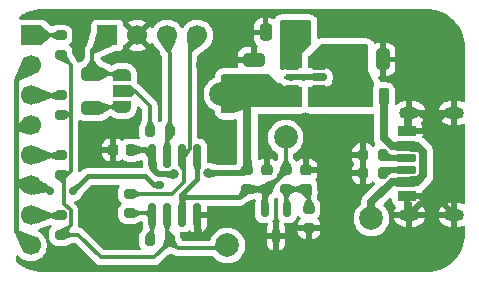
<source format=gbr>
%TF.GenerationSoftware,KiCad,Pcbnew,9.0.3-9.0.3-0~ubuntu22.04.1*%
%TF.CreationDate,2025-07-27T07:15:49-07:00*%
%TF.ProjectId,mixer-main,6d697865-722d-46d6-9169-6e2e6b696361,rev?*%
%TF.SameCoordinates,Original*%
%TF.FileFunction,Copper,L1,Top*%
%TF.FilePolarity,Positive*%
%FSLAX46Y46*%
G04 Gerber Fmt 4.6, Leading zero omitted, Abs format (unit mm)*
G04 Created by KiCad (PCBNEW 9.0.3-9.0.3-0~ubuntu22.04.1) date 2025-07-27 07:15:49*
%MOMM*%
%LPD*%
G01*
G04 APERTURE LIST*
G04 Aperture macros list*
%AMRoundRect*
0 Rectangle with rounded corners*
0 $1 Rounding radius*
0 $2 $3 $4 $5 $6 $7 $8 $9 X,Y pos of 4 corners*
0 Add a 4 corners polygon primitive as box body*
4,1,4,$2,$3,$4,$5,$6,$7,$8,$9,$2,$3,0*
0 Add four circle primitives for the rounded corners*
1,1,$1+$1,$2,$3*
1,1,$1+$1,$4,$5*
1,1,$1+$1,$6,$7*
1,1,$1+$1,$8,$9*
0 Add four rect primitives between the rounded corners*
20,1,$1+$1,$2,$3,$4,$5,0*
20,1,$1+$1,$4,$5,$6,$7,0*
20,1,$1+$1,$6,$7,$8,$9,0*
20,1,$1+$1,$8,$9,$2,$3,0*%
%AMFreePoly0*
4,1,23,0.550000,-0.750000,0.000000,-0.750000,0.000000,-0.745722,-0.065263,-0.745722,-0.191342,-0.711940,-0.304381,-0.646677,-0.396677,-0.554381,-0.461940,-0.441342,-0.495722,-0.315263,-0.495722,-0.250000,-0.500000,-0.250000,-0.500000,0.250000,-0.495722,0.250000,-0.495722,0.315263,-0.461940,0.441342,-0.396677,0.554381,-0.304381,0.646677,-0.191342,0.711940,-0.065263,0.745722,0.000000,0.745722,
0.000000,0.750000,0.550000,0.750000,0.550000,-0.750000,0.550000,-0.750000,$1*%
%AMFreePoly1*
4,1,23,0.000000,0.745722,0.065263,0.745722,0.191342,0.711940,0.304381,0.646677,0.396677,0.554381,0.461940,0.441342,0.495722,0.315263,0.495722,0.250000,0.500000,0.250000,0.500000,-0.250000,0.495722,-0.250000,0.495722,-0.315263,0.461940,-0.441342,0.396677,-0.554381,0.304381,-0.646677,0.191342,-0.711940,0.065263,-0.745722,0.000000,-0.745722,0.000000,-0.750000,-0.550000,-0.750000,
-0.550000,0.750000,0.000000,0.750000,0.000000,0.745722,0.000000,0.745722,$1*%
G04 Aperture macros list end*
%TA.AperFunction,SMDPad,CuDef*%
%ADD10RoundRect,0.250000X0.250000X0.475000X-0.250000X0.475000X-0.250000X-0.475000X0.250000X-0.475000X0*%
%TD*%
%TA.AperFunction,SMDPad,CuDef*%
%ADD11RoundRect,0.200000X-0.275000X0.200000X-0.275000X-0.200000X0.275000X-0.200000X0.275000X0.200000X0*%
%TD*%
%TA.AperFunction,SMDPad,CuDef*%
%ADD12RoundRect,0.200000X0.200000X0.275000X-0.200000X0.275000X-0.200000X-0.275000X0.200000X-0.275000X0*%
%TD*%
%TA.AperFunction,ComponentPad*%
%ADD13R,1.700000X1.700000*%
%TD*%
%TA.AperFunction,ComponentPad*%
%ADD14C,1.700000*%
%TD*%
%TA.AperFunction,SMDPad,CuDef*%
%ADD15RoundRect,0.250000X-0.325000X-0.650000X0.325000X-0.650000X0.325000X0.650000X-0.325000X0.650000X0*%
%TD*%
%TA.AperFunction,SMDPad,CuDef*%
%ADD16RoundRect,0.250000X-0.650000X0.325000X-0.650000X-0.325000X0.650000X-0.325000X0.650000X0.325000X0*%
%TD*%
%TA.AperFunction,SMDPad,CuDef*%
%ADD17RoundRect,0.175000X0.625000X-0.175000X0.625000X0.175000X-0.625000X0.175000X-0.625000X-0.175000X0*%
%TD*%
%TA.AperFunction,SMDPad,CuDef*%
%ADD18RoundRect,0.200000X0.600000X-0.200000X0.600000X0.200000X-0.600000X0.200000X-0.600000X-0.200000X0*%
%TD*%
%TA.AperFunction,SMDPad,CuDef*%
%ADD19RoundRect,0.225000X0.575000X-0.225000X0.575000X0.225000X-0.575000X0.225000X-0.575000X-0.225000X0*%
%TD*%
%TA.AperFunction,HeatsinkPad*%
%ADD20O,1.700000X1.000000*%
%TD*%
%TA.AperFunction,ComponentPad*%
%ADD21C,2.000000*%
%TD*%
%TA.AperFunction,SMDPad,CuDef*%
%ADD22RoundRect,0.200000X0.275000X-0.200000X0.275000X0.200000X-0.275000X0.200000X-0.275000X-0.200000X0*%
%TD*%
%TA.AperFunction,SMDPad,CuDef*%
%ADD23RoundRect,0.225000X0.250000X-0.225000X0.250000X0.225000X-0.250000X0.225000X-0.250000X-0.225000X0*%
%TD*%
%TA.AperFunction,SMDPad,CuDef*%
%ADD24RoundRect,0.150000X0.150000X-0.825000X0.150000X0.825000X-0.150000X0.825000X-0.150000X-0.825000X0*%
%TD*%
%TA.AperFunction,SMDPad,CuDef*%
%ADD25RoundRect,0.150000X-0.150000X0.512500X-0.150000X-0.512500X0.150000X-0.512500X0.150000X0.512500X0*%
%TD*%
%TA.AperFunction,SMDPad,CuDef*%
%ADD26FreePoly0,270.000000*%
%TD*%
%TA.AperFunction,SMDPad,CuDef*%
%ADD27R,1.500000X1.000000*%
%TD*%
%TA.AperFunction,SMDPad,CuDef*%
%ADD28FreePoly1,270.000000*%
%TD*%
%TA.AperFunction,SMDPad,CuDef*%
%ADD29RoundRect,0.218750X0.218750X0.381250X-0.218750X0.381250X-0.218750X-0.381250X0.218750X-0.381250X0*%
%TD*%
%TA.AperFunction,SMDPad,CuDef*%
%ADD30RoundRect,0.150000X0.512500X0.150000X-0.512500X0.150000X-0.512500X-0.150000X0.512500X-0.150000X0*%
%TD*%
%TA.AperFunction,SMDPad,CuDef*%
%ADD31RoundRect,0.250000X0.650000X-0.325000X0.650000X0.325000X-0.650000X0.325000X-0.650000X-0.325000X0*%
%TD*%
%TA.AperFunction,SMDPad,CuDef*%
%ADD32RoundRect,0.225000X0.225000X0.250000X-0.225000X0.250000X-0.225000X-0.250000X0.225000X-0.250000X0*%
%TD*%
%TA.AperFunction,ViaPad*%
%ADD33C,0.600000*%
%TD*%
%TA.AperFunction,ViaPad*%
%ADD34C,0.800000*%
%TD*%
%TA.AperFunction,ViaPad*%
%ADD35C,0.700000*%
%TD*%
%TA.AperFunction,Conductor*%
%ADD36C,0.500000*%
%TD*%
%TA.AperFunction,Conductor*%
%ADD37C,0.400000*%
%TD*%
%TA.AperFunction,Conductor*%
%ADD38C,0.300000*%
%TD*%
%TA.AperFunction,Conductor*%
%ADD39C,0.700000*%
%TD*%
G04 APERTURE END LIST*
D10*
%TO.P,C6,1*%
%TO.N,/LDO_FB*%
X146746000Y-73406000D03*
%TO.P,C6,2*%
%TO.N,GND*%
X144846000Y-73406000D03*
%TD*%
D11*
%TO.P,R8,1*%
%TO.N,/IN_SIG_2*%
X127508000Y-78740000D03*
%TO.P,R8,2*%
%TO.N,Net-(U1A--)*%
X127508000Y-80390000D03*
%TD*%
D12*
%TO.P,R1,1*%
%TO.N,Net-(U1A--)*%
X136715000Y-90981000D03*
%TO.P,R1,2*%
%TO.N,Net-(R1-Pad2)*%
X135065000Y-90981000D03*
%TD*%
D11*
%TO.P,R3,1*%
%TO.N,Net-(U2-REF)*%
X148524000Y-88323500D03*
%TO.P,R3,2*%
%TO.N,GND*%
X148524000Y-89973500D03*
%TD*%
D13*
%TO.P,J2,1,Pin_1*%
%TO.N,/MIX_OUT*%
X131445000Y-73660000D03*
D14*
%TO.P,J2,2,Pin_2*%
%TO.N,GND*%
X133985000Y-73660000D03*
%TO.P,J2,3,Pin_3*%
%TO.N,/TO_OPAMP_7*%
X136525000Y-73660000D03*
%TO.P,J2,4,Pin_4*%
%TO.N,/TO_OPAMP_6*%
X139065000Y-73660000D03*
%TD*%
D15*
%TO.P,C4,1*%
%TO.N,/LDO_IN*%
X151814000Y-75692000D03*
%TO.P,C4,2*%
%TO.N,GND*%
X154764000Y-75692000D03*
%TD*%
D16*
%TO.P,C7,1*%
%TO.N,/MIX_OUT*%
X130175000Y-76886000D03*
%TO.P,C7,2*%
%TO.N,Net-(JP1-B)*%
X130175000Y-79836000D03*
%TD*%
D17*
%TO.P,J1,A5,CC1*%
%TO.N,Net-(J1-CC1)*%
X156840000Y-85033000D03*
D18*
%TO.P,J1,A9,VBUS*%
%TO.N,Net-(FB1-Pad1)*%
X156840000Y-83013000D03*
D19*
%TO.P,J1,A12,GND*%
%TO.N,GND*%
X156840000Y-81783000D03*
D17*
%TO.P,J1,B5,CC2*%
%TO.N,Net-(J1-CC2)*%
X156840000Y-84033000D03*
D18*
%TO.P,J1,B9,VBUS*%
%TO.N,Net-(FB1-Pad1)*%
X156840000Y-86053000D03*
D19*
%TO.P,J1,B12,GND*%
%TO.N,GND*%
X156840000Y-87283000D03*
D20*
%TO.P,J1,S1,SHIELD*%
X157020000Y-88853000D03*
X160820000Y-88853000D03*
X157020000Y-80213000D03*
X160820000Y-80213000D03*
%TD*%
D12*
%TO.P,R5,1*%
%TO.N,Net-(J1-CC1)*%
X154749000Y-85295000D03*
%TO.P,R5,2*%
%TO.N,GND*%
X153099000Y-85295000D03*
%TD*%
D21*
%TO.P,TP4,1,1*%
%TO.N,Net-(U1A--)*%
X141605000Y-91440000D03*
%TD*%
%TO.P,TP3,1,1*%
%TO.N,Net-(FB1-Pad1)*%
X153797000Y-89154000D03*
%TD*%
D11*
%TO.P,R10,1*%
%TO.N,/IN_SIG_4*%
X127508000Y-88900000D03*
%TO.P,R10,2*%
%TO.N,Net-(U1A--)*%
X127508000Y-90550000D03*
%TD*%
%TO.P,R12,1*%
%TO.N,+3.3V*%
X143317000Y-85021500D03*
%TO.P,R12,2*%
%TO.N,/VREF_1.65V*%
X143317000Y-86671500D03*
%TD*%
D22*
%TO.P,R2,1*%
%TO.N,Net-(R1-Pad2)*%
X133350000Y-88709000D03*
%TO.P,R2,2*%
%TO.N,/TO_OPAMP_6*%
X133350000Y-87059000D03*
%TD*%
D11*
%TO.P,R4,1*%
%TO.N,/VREF_1.65V*%
X146619000Y-85021500D03*
%TO.P,R4,2*%
%TO.N,Net-(U2-REF)*%
X146619000Y-86671500D03*
%TD*%
D12*
%TO.P,R6,1*%
%TO.N,Net-(J1-CC2)*%
X154749000Y-83771000D03*
%TO.P,R6,2*%
%TO.N,GND*%
X153099000Y-83771000D03*
%TD*%
D23*
%TO.P,C1,1*%
%TO.N,/VREF_1.65V*%
X144968000Y-86621500D03*
%TO.P,C1,2*%
%TO.N,GND*%
X144968000Y-85071500D03*
%TD*%
D24*
%TO.P,U1,1*%
%TO.N,Net-(R1-Pad2)*%
X135255000Y-88835000D03*
%TO.P,U1,2,-*%
%TO.N,Net-(U1A--)*%
X136525000Y-88835000D03*
%TO.P,U1,3,+*%
%TO.N,/VREF_1.65V*%
X137795000Y-88835000D03*
%TO.P,U1,4,V-*%
%TO.N,GND*%
X139065000Y-88835000D03*
%TO.P,U1,5,+*%
%TO.N,/VREF_1.65V*%
X139065000Y-83885000D03*
%TO.P,U1,6,-*%
%TO.N,/TO_OPAMP_6*%
X137795000Y-83885000D03*
%TO.P,U1,7*%
%TO.N,/TO_OPAMP_7*%
X136525000Y-83885000D03*
%TO.P,U1,8,V+*%
%TO.N,+3.3V*%
X135255000Y-83885000D03*
%TD*%
D11*
%TO.P,R7,1*%
%TO.N,/IN_SIG_1*%
X127508000Y-73660000D03*
%TO.P,R7,2*%
%TO.N,Net-(U1A--)*%
X127508000Y-75310000D03*
%TD*%
D13*
%TO.P,J3,1,Pin_1*%
%TO.N,/IN_SIG_1*%
X124968000Y-73660000D03*
D14*
%TO.P,J3,2,Pin_2*%
%TO.N,/VREF_1.65V*%
X124968000Y-76200000D03*
%TO.P,J3,3,Pin_3*%
%TO.N,/IN_SIG_2*%
X124968000Y-78740000D03*
%TO.P,J3,4,Pin_4*%
%TO.N,/VREF_1.65V*%
X124968000Y-81280000D03*
%TO.P,J3,5,Pin_5*%
%TO.N,/IN_SIG_3*%
X124968000Y-83820000D03*
%TO.P,J3,6,Pin_6*%
%TO.N,/VREF_1.65V*%
X124968000Y-86360000D03*
%TO.P,J3,7,Pin_7*%
%TO.N,/IN_SIG_4*%
X124968000Y-88900000D03*
%TO.P,J3,8,Pin_8*%
%TO.N,/VREF_1.65V*%
X124968000Y-91440000D03*
%TD*%
D21*
%TO.P,TP2,1,1*%
%TO.N,+3.3V*%
X141097000Y-78613000D03*
%TD*%
%TO.P,TP1,1,1*%
%TO.N,/VREF_1.65V*%
X146558000Y-82296000D03*
%TD*%
D25*
%TO.P,U2,1,REF*%
%TO.N,Net-(U2-REF)*%
X146680000Y-88392000D03*
%TO.P,U2,2,K*%
%TO.N,/VREF_1.65V*%
X144780000Y-88392000D03*
%TO.P,U2,3,A*%
%TO.N,GND*%
X145730000Y-90667000D03*
%TD*%
D11*
%TO.P,R9,1*%
%TO.N,/IN_SIG_3*%
X127508000Y-83820000D03*
%TO.P,R9,2*%
%TO.N,Net-(U1A--)*%
X127508000Y-85470000D03*
%TD*%
D26*
%TO.P,JP1,1,A*%
%TO.N,/MIX_OUT*%
X132715000Y-77011000D03*
D27*
%TO.P,JP1,2,C*%
%TO.N,Net-(JP1-C)*%
X132715000Y-78361000D03*
D28*
%TO.P,JP1,3,B*%
%TO.N,Net-(JP1-B)*%
X132715000Y-79711000D03*
%TD*%
D29*
%TO.P,FB1,1*%
%TO.N,Net-(FB1-Pad1)*%
X154859500Y-78740000D03*
%TO.P,FB1,2*%
%TO.N,/LDO_IN*%
X152734500Y-78740000D03*
%TD*%
D30*
%TO.P,U3,1,IN*%
%TO.N,/LDO_IN*%
X149346500Y-78166000D03*
%TO.P,U3,2,GND*%
%TO.N,GND*%
X149346500Y-77216000D03*
%TO.P,U3,3,EN*%
%TO.N,/LDO_IN*%
X149346500Y-76266000D03*
%TO.P,U3,4,BP*%
%TO.N,/LDO_FB*%
X147071500Y-76266000D03*
%TO.P,U3,5,OUT*%
%TO.N,+3.3V*%
X147071500Y-78166000D03*
%TD*%
D23*
%TO.P,C2,1*%
%TO.N,Net-(U2-REF)*%
X148270000Y-86621500D03*
%TO.P,C2,2*%
%TO.N,GND*%
X148270000Y-85071500D03*
%TD*%
D31*
%TO.P,C5,1*%
%TO.N,+3.3V*%
X143891000Y-78691000D03*
%TO.P,C5,2*%
%TO.N,GND*%
X143891000Y-75741000D03*
%TD*%
D32*
%TO.P,C3,1*%
%TO.N,+3.3V*%
X133490000Y-83361000D03*
%TO.P,C3,2*%
%TO.N,GND*%
X131940000Y-83361000D03*
%TD*%
D12*
%TO.P,R11,1*%
%TO.N,/TO_OPAMP_7*%
X136715000Y-81788000D03*
%TO.P,R11,2*%
%TO.N,Net-(JP1-C)*%
X135065000Y-81788000D03*
%TD*%
D33*
%TO.N,GND*%
X147828000Y-77216000D03*
X155956000Y-74168000D03*
X156210000Y-75184000D03*
X156210000Y-76200000D03*
X155956000Y-77470000D03*
X156464000Y-78486000D03*
X141478000Y-72898000D03*
X129540000Y-83058000D03*
X160528000Y-86360000D03*
X153924000Y-92710000D03*
X158496000Y-73914000D03*
X160528000Y-82804000D03*
X127762000Y-92202000D03*
D34*
X159004000Y-87884000D03*
D33*
X150114000Y-72644000D03*
D34*
X159004000Y-81280000D03*
D33*
X158496000Y-77216000D03*
X146812000Y-77216000D03*
X151638000Y-81788000D03*
X147574000Y-92710000D03*
X132334000Y-81534000D03*
X141224000Y-82550000D03*
X154178000Y-72644000D03*
X150622000Y-85598000D03*
X139446000Y-80010000D03*
X132334000Y-90424000D03*
X127762000Y-72136000D03*
X135128000Y-76708000D03*
X130048000Y-87884000D03*
D34*
X139192000Y-90678000D03*
D33*
X158750000Y-91948000D03*
X139192000Y-76200000D03*
X151384000Y-90170000D03*
D35*
%TO.N,/VREF_1.65V*%
X128524000Y-86868000D03*
D33*
X137795000Y-87376000D03*
D35*
X126617000Y-86868000D03*
X135890000Y-86360000D03*
D34*
%TO.N,+3.3V*%
X139954000Y-85344000D03*
X137122000Y-85378522D03*
%TD*%
D36*
%TO.N,GND*%
X148844000Y-77216000D02*
X146812000Y-77216000D01*
D37*
%TO.N,/VREF_1.65V*%
X135890000Y-86360000D02*
X135382000Y-86360000D01*
X135382000Y-86360000D02*
X134620000Y-85598000D01*
X134620000Y-85598000D02*
X129794000Y-85598000D01*
X129794000Y-85598000D02*
X128524000Y-86868000D01*
D38*
%TO.N,/TO_OPAMP_6*%
X139065000Y-73660000D02*
X138430000Y-74295000D01*
X138430000Y-74295000D02*
X138430000Y-82832322D01*
X138430000Y-82832322D02*
X138414000Y-82848322D01*
X138414000Y-82848322D02*
X138414000Y-83266000D01*
X138414000Y-83266000D02*
X137795000Y-83885000D01*
%TO.N,/TO_OPAMP_7*%
X136715000Y-75120000D02*
X136715000Y-81788000D01*
%TO.N,/MIX_OUT*%
X131445000Y-73660000D02*
X130175000Y-74930000D01*
%TO.N,/TO_OPAMP_7*%
X136525000Y-74930000D02*
X136715000Y-75120000D01*
%TO.N,/MIX_OUT*%
X130175000Y-74930000D02*
X130175000Y-76886000D01*
%TO.N,/TO_OPAMP_7*%
X136525000Y-73660000D02*
X136525000Y-74930000D01*
%TO.N,Net-(U1A--)*%
X136715000Y-90981000D02*
X137428000Y-91694000D01*
X137428000Y-91694000D02*
X141351000Y-91694000D01*
X141351000Y-91694000D02*
X141605000Y-91440000D01*
D39*
%TO.N,Net-(FB1-Pad1)*%
X156840000Y-86053000D02*
X155533616Y-86053000D01*
X155533616Y-86053000D02*
X153797000Y-87789616D01*
X153797000Y-87789616D02*
X153797000Y-89154000D01*
D36*
%TO.N,GND*%
X157020000Y-80213000D02*
X157937000Y-80213000D01*
X159851000Y-87884000D02*
X160820000Y-88853000D01*
X159004000Y-87884000D02*
X159851000Y-87884000D01*
X157989000Y-87884000D02*
X157020000Y-88853000D01*
D38*
X139192000Y-88962000D02*
X139065000Y-88835000D01*
D36*
X157895000Y-87283000D02*
X156840000Y-87283000D01*
D38*
X139192000Y-90678000D02*
X139192000Y-88962000D01*
D36*
X159004000Y-87884000D02*
X157989000Y-87884000D01*
X158501000Y-81783000D02*
X159004000Y-81280000D01*
X159004000Y-87884000D02*
X158496000Y-87884000D01*
X156840000Y-81783000D02*
X158501000Y-81783000D01*
X160820000Y-80213000D02*
X160071000Y-80213000D01*
X160071000Y-80213000D02*
X159004000Y-81280000D01*
X158496000Y-87884000D02*
X157895000Y-87283000D01*
X157937000Y-80213000D02*
X159004000Y-81280000D01*
D37*
%TO.N,/VREF_1.65V*%
X144918000Y-86671500D02*
X144968000Y-86621500D01*
X137795000Y-87111000D02*
X137795000Y-88835000D01*
X126109000Y-86360000D02*
X126617000Y-86868000D01*
X137806000Y-87365000D02*
X137806000Y-87122000D01*
X144780000Y-86809500D02*
X144968000Y-86621500D01*
D38*
X146558000Y-82296000D02*
X146558000Y-84960500D01*
D37*
X123717000Y-86360000D02*
X123717000Y-90189000D01*
X139065000Y-85841000D02*
X137795000Y-87111000D01*
X143317000Y-86671500D02*
X144918000Y-86671500D01*
X124968000Y-81280000D02*
X123717000Y-81280000D01*
X142612500Y-87376000D02*
X143317000Y-86671500D01*
X146619000Y-85021500D02*
X146568000Y-85021500D01*
X139065000Y-83885000D02*
X139065000Y-85841000D01*
X137795000Y-87376000D02*
X142612500Y-87376000D01*
X124968000Y-76200000D02*
X123717000Y-77451000D01*
X123717000Y-90189000D02*
X124968000Y-91440000D01*
X123717000Y-77451000D02*
X123717000Y-81280000D01*
X144780000Y-88392000D02*
X144780000Y-86809500D01*
X123717000Y-81280000D02*
X123717000Y-86360000D01*
X137806000Y-87122000D02*
X137795000Y-87111000D01*
X137795000Y-87376000D02*
X137806000Y-87365000D01*
D38*
X146558000Y-84960500D02*
X146619000Y-85021500D01*
D37*
X138938000Y-84012000D02*
X139065000Y-83885000D01*
X124968000Y-86360000D02*
X123717000Y-86360000D01*
X146568000Y-85021500D02*
X144968000Y-86621500D01*
X124968000Y-86360000D02*
X126109000Y-86360000D01*
D38*
%TO.N,Net-(U2-REF)*%
X148524000Y-88323500D02*
X148524000Y-86875500D01*
X148220000Y-86671500D02*
X148270000Y-86621500D01*
X148524000Y-86875500D02*
X148270000Y-86621500D01*
X146619000Y-86671500D02*
X146619000Y-88331000D01*
X146619000Y-86671500D02*
X148220000Y-86671500D01*
X146619000Y-88331000D02*
X146680000Y-88392000D01*
D39*
%TO.N,+3.3V*%
X143317000Y-79265000D02*
X143891000Y-78691000D01*
D36*
X135773523Y-85378522D02*
X135255000Y-84859999D01*
D39*
X143317000Y-85021500D02*
X143317000Y-79265000D01*
D36*
X135255000Y-84859999D02*
X135255000Y-83885000D01*
X142994500Y-85344000D02*
X143317000Y-85021500D01*
X139954000Y-85344000D02*
X142994500Y-85344000D01*
X137122000Y-85378522D02*
X135773523Y-85378522D01*
X133490000Y-83361000D02*
X134731000Y-83361000D01*
X134731000Y-83361000D02*
X135255000Y-83885000D01*
D38*
%TO.N,Net-(JP1-B)*%
X130300000Y-79711000D02*
X130175000Y-79836000D01*
X132715000Y-79711000D02*
X130300000Y-79711000D01*
D39*
%TO.N,Net-(FB1-Pad1)*%
X157689000Y-83013000D02*
X156840000Y-83013000D01*
X155533616Y-83013000D02*
X154859500Y-82338884D01*
X154859500Y-82338884D02*
X154859500Y-78740000D01*
X158191000Y-83515000D02*
X157689000Y-83013000D01*
X156840000Y-83013000D02*
X155533616Y-83013000D01*
X157651568Y-86053000D02*
X158191000Y-85513568D01*
X158191000Y-85513568D02*
X158191000Y-83515000D01*
X156840000Y-86053000D02*
X157651568Y-86053000D01*
D36*
%TO.N,Net-(J1-CC1)*%
X155011000Y-85033000D02*
X154749000Y-85295000D01*
X156840000Y-85033000D02*
X155011000Y-85033000D01*
%TO.N,Net-(J1-CC2)*%
X156840000Y-84033000D02*
X155011000Y-84033000D01*
X155011000Y-84033000D02*
X154749000Y-83771000D01*
D38*
%TO.N,Net-(JP1-C)*%
X135065000Y-79661000D02*
X135065000Y-81788000D01*
X133765000Y-78361000D02*
X135065000Y-79661000D01*
X132715000Y-78361000D02*
X133765000Y-78361000D01*
%TO.N,Net-(U1A--)*%
X127823000Y-87955226D02*
X128334000Y-88466226D01*
X136715000Y-91179000D02*
X136715000Y-90981000D01*
X135438000Y-92456000D02*
X136715000Y-91179000D01*
X128334000Y-88466226D02*
X128334000Y-89724000D01*
X136525000Y-90791000D02*
X136715000Y-90981000D01*
X130873000Y-92456000D02*
X135438000Y-92456000D01*
X136525000Y-88835000D02*
X136525000Y-90791000D01*
X127823000Y-85665000D02*
X127823000Y-87955226D01*
X128334000Y-80264000D02*
X128334000Y-85154000D01*
X130873000Y-92456000D02*
X128967000Y-90550000D01*
X127508000Y-75310000D02*
X128334000Y-76136000D01*
X128334000Y-89724000D02*
X127508000Y-90550000D01*
X128208000Y-80390000D02*
X128334000Y-80264000D01*
X128967000Y-90550000D02*
X127508000Y-90550000D01*
X128334000Y-76136000D02*
X128334000Y-80264000D01*
X128334000Y-85154000D02*
X127823000Y-85665000D01*
X127508000Y-80390000D02*
X128208000Y-80390000D01*
%TO.N,Net-(R1-Pad2)*%
X135129000Y-88709000D02*
X135255000Y-88835000D01*
X133350000Y-88709000D02*
X135129000Y-88709000D01*
X135255000Y-90791000D02*
X135065000Y-90981000D01*
X135255000Y-88835000D02*
X135255000Y-90791000D01*
%TO.N,/MIX_OUT*%
X132590000Y-76886000D02*
X132715000Y-77011000D01*
X130175000Y-76886000D02*
X132590000Y-76886000D01*
%TO.N,/TO_OPAMP_6*%
X137922000Y-84012000D02*
X137795000Y-83885000D01*
X133350000Y-87059000D02*
X133413000Y-87122000D01*
X136906000Y-87122000D02*
X137922000Y-86106000D01*
X137922000Y-86106000D02*
X137922000Y-84012000D01*
X133413000Y-87122000D02*
X136906000Y-87122000D01*
%TO.N,/TO_OPAMP_7*%
X136525000Y-83885000D02*
X136525000Y-81978000D01*
X136525000Y-81978000D02*
X136715000Y-81788000D01*
D37*
%TO.N,/IN_SIG_4*%
X127508000Y-88900000D02*
X124968000Y-88900000D01*
%TO.N,/IN_SIG_3*%
X124968000Y-83820000D02*
X127508000Y-83820000D01*
D38*
%TO.N,/IN_SIG_1*%
X124968000Y-73660000D02*
X127699000Y-73660000D01*
D37*
%TO.N,/IN_SIG_2*%
X124968000Y-78740000D02*
X127508000Y-78740000D01*
%TD*%
%TA.AperFunction,Conductor*%
%TO.N,+3.3V*%
G36*
X145176931Y-76982002D02*
G01*
X145197900Y-76998900D01*
X145923000Y-77724000D01*
X146124417Y-77724000D01*
X146192538Y-77744002D01*
X146213512Y-77760905D01*
X146296603Y-77843996D01*
X146296609Y-77844001D01*
X146296611Y-77844003D01*
X146429032Y-77932483D01*
X146576169Y-77993430D01*
X146732370Y-78024500D01*
X146732371Y-78024500D01*
X146891626Y-78024500D01*
X146891630Y-78024500D01*
X146892240Y-78024378D01*
X146908328Y-78022705D01*
X146908300Y-78022364D01*
X146912782Y-78021993D01*
X146912785Y-78021994D01*
X147448494Y-77977758D01*
X147470250Y-77975297D01*
X147484407Y-77974500D01*
X147521407Y-77974500D01*
X147569624Y-77984091D01*
X147592169Y-77993430D01*
X147748370Y-78024500D01*
X147748371Y-78024500D01*
X147829000Y-78024500D01*
X147897121Y-78044502D01*
X147943614Y-78098158D01*
X147955000Y-78150500D01*
X147955000Y-79630000D01*
X147934998Y-79698121D01*
X147881342Y-79744614D01*
X147829000Y-79756000D01*
X143637000Y-79756000D01*
X142132398Y-80257534D01*
X142092553Y-80264000D01*
X141223000Y-80264000D01*
X141154879Y-80243998D01*
X141108386Y-80190342D01*
X141097000Y-80138000D01*
X141097000Y-77088000D01*
X141117002Y-77019879D01*
X141170658Y-76973386D01*
X141223000Y-76962000D01*
X145108810Y-76962000D01*
X145176931Y-76982002D01*
G37*
%TD.AperFunction*%
%TD*%
%TA.AperFunction,Conductor*%
%TO.N,/LDO_IN*%
G36*
X153485121Y-74442002D02*
G01*
X153531614Y-74495658D01*
X153543000Y-74548000D01*
X153543000Y-76708001D01*
X154037698Y-77697396D01*
X154040718Y-77710190D01*
X154045896Y-77718247D01*
X154051000Y-77753745D01*
X154051000Y-77893846D01*
X154032241Y-77959992D01*
X153977152Y-78049305D01*
X153923675Y-78210690D01*
X153913500Y-78310280D01*
X153913500Y-79169708D01*
X153913501Y-79169710D01*
X153914042Y-79175009D01*
X153913834Y-79195341D01*
X153923607Y-79268638D01*
X153923804Y-79270566D01*
X153923804Y-79270568D01*
X153923938Y-79271888D01*
X153924378Y-79274426D01*
X153969568Y-79613347D01*
X153958744Y-79683514D01*
X153911704Y-79736690D01*
X153844673Y-79756000D01*
X148589000Y-79756000D01*
X148520879Y-79735998D01*
X148474386Y-79682342D01*
X148463000Y-79630000D01*
X148463000Y-78111758D01*
X148483002Y-78043637D01*
X148536658Y-77997144D01*
X148606932Y-77987040D01*
X148624141Y-77990758D01*
X148730169Y-78021562D01*
X148767488Y-78024499D01*
X148767489Y-78024500D01*
X148767498Y-78024500D01*
X149925511Y-78024500D01*
X149925511Y-78024499D01*
X149962831Y-78021562D01*
X150122601Y-77975145D01*
X150122603Y-77975143D01*
X150122605Y-77975143D01*
X150194204Y-77932799D01*
X150265807Y-77890453D01*
X150383453Y-77772807D01*
X150461004Y-77641676D01*
X150468143Y-77629605D01*
X150468143Y-77629603D01*
X150468145Y-77629601D01*
X150514562Y-77469831D01*
X150517499Y-77432511D01*
X150517500Y-77432511D01*
X150517500Y-76999489D01*
X150517499Y-76999488D01*
X150517126Y-76994754D01*
X150514562Y-76962169D01*
X150468145Y-76802399D01*
X150468143Y-76802397D01*
X150468143Y-76802394D01*
X150383455Y-76659196D01*
X150383450Y-76659189D01*
X150265810Y-76541549D01*
X150265803Y-76541544D01*
X150122605Y-76456856D01*
X149962829Y-76410437D01*
X149925511Y-76407500D01*
X149925502Y-76407500D01*
X148767498Y-76407500D01*
X148767489Y-76407500D01*
X148730171Y-76410437D01*
X148730167Y-76410438D01*
X148624152Y-76441238D01*
X148553156Y-76441035D01*
X148493540Y-76402481D01*
X148464232Y-76337816D01*
X148463000Y-76320241D01*
X148463000Y-75490190D01*
X148483002Y-75422069D01*
X148499905Y-75401095D01*
X149442095Y-74458905D01*
X149504407Y-74424879D01*
X149531190Y-74422000D01*
X153417000Y-74422000D01*
X153485121Y-74442002D01*
G37*
%TD.AperFunction*%
%TD*%
%TA.AperFunction,Conductor*%
%TO.N,/LDO_FB*%
G36*
X148659121Y-72410002D02*
G01*
X148705614Y-72463658D01*
X148717000Y-72516000D01*
X148717000Y-74369809D01*
X148696998Y-74437930D01*
X148680095Y-74458904D01*
X147955000Y-75183998D01*
X147955000Y-76281500D01*
X147934998Y-76349621D01*
X147881342Y-76396114D01*
X147829000Y-76407500D01*
X147748367Y-76407500D01*
X147592169Y-76438570D01*
X147592168Y-76438570D01*
X147584347Y-76441810D01*
X147569624Y-76447908D01*
X147561315Y-76449561D01*
X147556905Y-76452396D01*
X147521407Y-76457500D01*
X147476964Y-76457500D01*
X147452969Y-76454786D01*
X147452947Y-76454932D01*
X147449410Y-76454383D01*
X147448827Y-76454318D01*
X147448500Y-76454243D01*
X147448497Y-76454242D01*
X147448494Y-76454242D01*
X146912785Y-76410006D01*
X146912774Y-76410005D01*
X146912747Y-76410003D01*
X146907593Y-76409644D01*
X146891784Y-76407530D01*
X146891634Y-76407500D01*
X146891630Y-76407500D01*
X146732370Y-76407500D01*
X146732367Y-76407500D01*
X146615219Y-76430802D01*
X146576169Y-76438570D01*
X146576167Y-76438571D01*
X146429032Y-76499516D01*
X146384885Y-76529014D01*
X146377926Y-76531192D01*
X146372654Y-76536223D01*
X146344500Y-76541657D01*
X146317131Y-76550227D01*
X146308402Y-76548626D01*
X146302945Y-76549680D01*
X146268090Y-76541235D01*
X146129205Y-76485681D01*
X146073385Y-76441810D01*
X146050144Y-76374725D01*
X146050000Y-76368693D01*
X146050000Y-72516000D01*
X146070002Y-72447879D01*
X146123658Y-72401386D01*
X146176000Y-72390000D01*
X148591000Y-72390000D01*
X148659121Y-72410002D01*
G37*
%TD.AperFunction*%
%TD*%
%TA.AperFunction,Conductor*%
%TO.N,GND*%
G36*
X158499243Y-71420669D02*
G01*
X158829805Y-71437994D01*
X158842712Y-71439351D01*
X158985353Y-71461942D01*
X159166435Y-71490622D01*
X159179122Y-71493318D01*
X159495734Y-71578155D01*
X159508073Y-71582165D01*
X159814067Y-71699625D01*
X159825910Y-71704897D01*
X160117977Y-71853712D01*
X160129191Y-71860188D01*
X160404081Y-72038703D01*
X160414581Y-72046331D01*
X160660904Y-72245800D01*
X160669308Y-72252605D01*
X160678953Y-72261290D01*
X160910709Y-72493046D01*
X160919394Y-72502691D01*
X161125667Y-72757417D01*
X161133296Y-72767918D01*
X161140044Y-72778309D01*
X161311808Y-73042802D01*
X161318290Y-73054029D01*
X161465914Y-73343757D01*
X161467097Y-73346079D01*
X161472376Y-73357937D01*
X161589834Y-73663927D01*
X161593845Y-73676270D01*
X161678679Y-73992871D01*
X161681377Y-74005568D01*
X161732648Y-74329287D01*
X161734005Y-74342194D01*
X161751330Y-74672756D01*
X161751500Y-74679246D01*
X161751500Y-79185893D01*
X161731815Y-79252932D01*
X161679011Y-79298687D01*
X161609853Y-79308631D01*
X161580048Y-79300454D01*
X161461693Y-79251430D01*
X161461681Y-79251427D01*
X161268495Y-79213000D01*
X161070000Y-79213000D01*
X161070000Y-79963000D01*
X160570000Y-79963000D01*
X160570000Y-79213000D01*
X160371504Y-79213000D01*
X160178318Y-79251427D01*
X160178306Y-79251430D01*
X159996328Y-79326807D01*
X159996315Y-79326814D01*
X159832537Y-79436248D01*
X159832533Y-79436251D01*
X159693251Y-79575533D01*
X159693248Y-79575537D01*
X159583814Y-79739315D01*
X159583807Y-79739328D01*
X159508430Y-79921307D01*
X159508430Y-79921309D01*
X159500138Y-79963000D01*
X160420272Y-79963000D01*
X160328386Y-80001060D01*
X160258060Y-80071386D01*
X160220000Y-80163272D01*
X160220000Y-80262728D01*
X160258060Y-80354614D01*
X160328386Y-80424940D01*
X160420272Y-80463000D01*
X159500138Y-80463000D01*
X159508430Y-80504690D01*
X159508430Y-80504692D01*
X159583807Y-80686671D01*
X159583814Y-80686684D01*
X159693248Y-80850462D01*
X159693251Y-80850466D01*
X159832533Y-80989748D01*
X159832537Y-80989751D01*
X159996315Y-81099185D01*
X159996328Y-81099192D01*
X160178306Y-81174569D01*
X160178318Y-81174572D01*
X160371504Y-81212999D01*
X160371508Y-81213000D01*
X160570000Y-81213000D01*
X160570000Y-80463000D01*
X161070000Y-80463000D01*
X161070000Y-81213000D01*
X161268492Y-81213000D01*
X161268495Y-81212999D01*
X161461681Y-81174572D01*
X161461689Y-81174570D01*
X161580047Y-81125545D01*
X161649516Y-81118076D01*
X161711996Y-81149351D01*
X161747648Y-81209440D01*
X161751500Y-81240106D01*
X161751500Y-87825893D01*
X161731815Y-87892932D01*
X161679011Y-87938687D01*
X161609853Y-87948631D01*
X161580048Y-87940454D01*
X161461693Y-87891430D01*
X161461681Y-87891427D01*
X161268495Y-87853000D01*
X161070000Y-87853000D01*
X161070000Y-88603000D01*
X160570000Y-88603000D01*
X160570000Y-87853000D01*
X160371504Y-87853000D01*
X160178318Y-87891427D01*
X160178306Y-87891430D01*
X159996328Y-87966807D01*
X159996315Y-87966814D01*
X159832537Y-88076248D01*
X159832533Y-88076251D01*
X159693251Y-88215533D01*
X159693248Y-88215537D01*
X159583814Y-88379315D01*
X159583807Y-88379328D01*
X159508430Y-88561307D01*
X159508430Y-88561309D01*
X159500138Y-88603000D01*
X160420272Y-88603000D01*
X160328386Y-88641060D01*
X160258060Y-88711386D01*
X160220000Y-88803272D01*
X160220000Y-88902728D01*
X160258060Y-88994614D01*
X160328386Y-89064940D01*
X160420272Y-89103000D01*
X159500138Y-89103000D01*
X159508430Y-89144690D01*
X159508430Y-89144692D01*
X159583807Y-89326671D01*
X159583814Y-89326684D01*
X159693248Y-89490462D01*
X159693251Y-89490466D01*
X159832533Y-89629748D01*
X159832537Y-89629751D01*
X159996315Y-89739185D01*
X159996328Y-89739192D01*
X160178306Y-89814569D01*
X160178318Y-89814572D01*
X160371504Y-89852999D01*
X160371508Y-89853000D01*
X160570000Y-89853000D01*
X160570000Y-89103000D01*
X161070000Y-89103000D01*
X161070000Y-89853000D01*
X161268492Y-89853000D01*
X161268495Y-89852999D01*
X161461681Y-89814572D01*
X161461689Y-89814570D01*
X161580047Y-89765545D01*
X161649516Y-89758076D01*
X161711996Y-89789351D01*
X161747648Y-89849440D01*
X161751500Y-89880106D01*
X161751500Y-90420753D01*
X161751330Y-90427243D01*
X161734005Y-90757805D01*
X161732648Y-90770712D01*
X161681377Y-91094431D01*
X161678679Y-91107128D01*
X161593845Y-91423729D01*
X161589834Y-91436072D01*
X161472376Y-91742062D01*
X161467097Y-91753920D01*
X161318294Y-92045964D01*
X161311804Y-92057204D01*
X161133296Y-92332081D01*
X161125667Y-92342582D01*
X160919394Y-92597308D01*
X160910709Y-92606953D01*
X160678953Y-92838709D01*
X160669308Y-92847394D01*
X160414582Y-93053667D01*
X160404081Y-93061296D01*
X160129204Y-93239804D01*
X160117964Y-93246294D01*
X159825920Y-93395097D01*
X159814062Y-93400376D01*
X159508072Y-93517834D01*
X159495729Y-93521845D01*
X159179128Y-93606679D01*
X159166431Y-93609377D01*
X158842712Y-93660648D01*
X158829805Y-93662005D01*
X158499244Y-93679330D01*
X158492754Y-93679500D01*
X125987246Y-93679500D01*
X125980756Y-93679330D01*
X125650194Y-93662005D01*
X125637287Y-93660648D01*
X125313568Y-93609377D01*
X125300871Y-93606679D01*
X124984270Y-93521845D01*
X124971927Y-93517834D01*
X124665937Y-93400376D01*
X124654079Y-93395097D01*
X124362029Y-93246290D01*
X124350802Y-93239808D01*
X124075918Y-93061296D01*
X124065417Y-93053667D01*
X123810691Y-92847394D01*
X123801046Y-92838709D01*
X123734319Y-92771982D01*
X123700834Y-92710659D01*
X123698000Y-92684301D01*
X123698000Y-92371236D01*
X123717685Y-92304197D01*
X123770489Y-92258442D01*
X123839647Y-92248498D01*
X123903203Y-92277523D01*
X123922320Y-92298353D01*
X123937894Y-92319790D01*
X124088213Y-92470109D01*
X124260179Y-92595048D01*
X124260181Y-92595049D01*
X124260184Y-92595051D01*
X124449588Y-92691557D01*
X124651757Y-92757246D01*
X124861713Y-92790500D01*
X124861714Y-92790500D01*
X125074286Y-92790500D01*
X125074287Y-92790500D01*
X125284243Y-92757246D01*
X125486412Y-92691557D01*
X125675816Y-92595051D01*
X125697789Y-92579086D01*
X125847786Y-92470109D01*
X125847788Y-92470106D01*
X125847792Y-92470104D01*
X125998104Y-92319792D01*
X125998106Y-92319788D01*
X125998109Y-92319786D01*
X126123048Y-92147820D01*
X126123047Y-92147820D01*
X126123051Y-92147816D01*
X126219557Y-91958412D01*
X126285246Y-91756243D01*
X126318500Y-91546287D01*
X126318500Y-91333713D01*
X126285246Y-91123757D01*
X126219557Y-90921588D01*
X126123051Y-90732184D01*
X126123049Y-90732181D01*
X126123048Y-90732179D01*
X125998109Y-90560213D01*
X125847786Y-90409890D01*
X125675819Y-90284950D01*
X125667778Y-90280853D01*
X125616984Y-90232876D01*
X125600191Y-90165055D01*
X125622731Y-90098921D01*
X125676222Y-90055977D01*
X126574521Y-89680213D01*
X126643961Y-89672503D01*
X126706549Y-89703560D01*
X126742411Y-89763524D01*
X126740160Y-89833358D01*
X126710052Y-89882289D01*
X126677530Y-89914811D01*
X126589522Y-90060393D01*
X126538913Y-90222807D01*
X126535716Y-90257994D01*
X126533267Y-90284950D01*
X126532500Y-90293386D01*
X126532500Y-90806613D01*
X126538913Y-90877192D01*
X126589522Y-91039606D01*
X126677530Y-91185188D01*
X126797811Y-91305469D01*
X126797813Y-91305470D01*
X126797815Y-91305472D01*
X126943394Y-91393478D01*
X127105804Y-91444086D01*
X127176384Y-91450500D01*
X127176387Y-91450500D01*
X127839613Y-91450500D01*
X127839616Y-91450500D01*
X127910196Y-91444086D01*
X128072606Y-91393478D01*
X128072613Y-91393474D01*
X128077959Y-91391067D01*
X128081160Y-91389389D01*
X128252337Y-91312616D01*
X128478106Y-91211357D01*
X128488194Y-91209199D01*
X128493915Y-91205523D01*
X128528850Y-91200500D01*
X128646192Y-91200500D01*
X128713231Y-91220185D01*
X128733873Y-91236819D01*
X130458325Y-92961272D01*
X130458328Y-92961275D01*
X130458331Y-92961277D01*
X130541714Y-93016991D01*
X130541715Y-93016992D01*
X130541714Y-93016992D01*
X130564871Y-93032464D01*
X130564872Y-93032464D01*
X130564873Y-93032465D01*
X130683256Y-93081501D01*
X130683260Y-93081501D01*
X130683261Y-93081502D01*
X130808928Y-93106500D01*
X130808931Y-93106500D01*
X135502071Y-93106500D01*
X135586615Y-93089682D01*
X135627744Y-93081501D01*
X135746127Y-93032465D01*
X135769286Y-93016991D01*
X135852669Y-92961277D01*
X136563422Y-92250522D01*
X136584322Y-92233724D01*
X136750873Y-92127294D01*
X136817961Y-92107783D01*
X136868210Y-92118563D01*
X136963687Y-92161207D01*
X137000799Y-92186746D01*
X137013327Y-92199274D01*
X137113575Y-92266257D01*
X137113574Y-92266258D01*
X137113580Y-92266260D01*
X137116768Y-92268390D01*
X137119871Y-92270464D01*
X137119872Y-92270464D01*
X137119873Y-92270465D01*
X137238256Y-92319501D01*
X137238260Y-92319501D01*
X137238261Y-92319502D01*
X137363928Y-92344500D01*
X137363931Y-92344500D01*
X140344257Y-92344500D01*
X140411296Y-92364185D01*
X140444573Y-92395612D01*
X140460483Y-92417510D01*
X140627490Y-92584517D01*
X140818567Y-92723343D01*
X140914026Y-92771982D01*
X141029003Y-92830566D01*
X141029005Y-92830566D01*
X141029008Y-92830568D01*
X141149412Y-92869689D01*
X141253631Y-92903553D01*
X141486903Y-92940500D01*
X141486908Y-92940500D01*
X141723097Y-92940500D01*
X141956368Y-92903553D01*
X142180992Y-92830568D01*
X142391433Y-92723343D01*
X142582510Y-92584517D01*
X142749517Y-92417510D01*
X142888343Y-92226433D01*
X142995568Y-92015992D01*
X143068553Y-91791368D01*
X143083471Y-91697178D01*
X143105500Y-91558097D01*
X143105500Y-91321902D01*
X143093343Y-91245149D01*
X144930000Y-91245149D01*
X144932899Y-91281989D01*
X144932900Y-91281995D01*
X144978716Y-91439693D01*
X144978717Y-91439696D01*
X145062314Y-91581052D01*
X145062321Y-91581061D01*
X145178438Y-91697178D01*
X145178447Y-91697185D01*
X145319801Y-91780781D01*
X145477514Y-91826600D01*
X145477511Y-91826600D01*
X145479998Y-91826795D01*
X145480000Y-91826795D01*
X145980000Y-91826795D01*
X145980001Y-91826795D01*
X145982486Y-91826600D01*
X146140198Y-91780781D01*
X146281552Y-91697185D01*
X146281561Y-91697178D01*
X146397678Y-91581061D01*
X146397685Y-91581052D01*
X146481282Y-91439696D01*
X146481283Y-91439693D01*
X146527099Y-91281995D01*
X146527100Y-91281989D01*
X146529999Y-91245149D01*
X146530000Y-91245134D01*
X146530000Y-90917000D01*
X145980000Y-90917000D01*
X145980000Y-91826795D01*
X145480000Y-91826795D01*
X145480000Y-90917000D01*
X144930000Y-90917000D01*
X144930000Y-91245149D01*
X143093343Y-91245149D01*
X143068553Y-91088631D01*
X143008548Y-90903957D01*
X142999853Y-90877196D01*
X142995568Y-90864008D01*
X142995566Y-90864005D01*
X142995566Y-90864003D01*
X142926560Y-90728572D01*
X142888343Y-90653567D01*
X142749517Y-90462490D01*
X142582510Y-90295483D01*
X142391433Y-90156657D01*
X142180996Y-90049433D01*
X141956368Y-89976446D01*
X141723097Y-89939500D01*
X141723092Y-89939500D01*
X141486908Y-89939500D01*
X141486903Y-89939500D01*
X141253631Y-89976446D01*
X141029003Y-90049433D01*
X140818566Y-90156657D01*
X140726566Y-90223500D01*
X140627490Y-90295483D01*
X140627488Y-90295485D01*
X140627487Y-90295485D01*
X140460485Y-90462487D01*
X140460485Y-90462488D01*
X140460483Y-90462490D01*
X140418110Y-90520811D01*
X140321657Y-90653566D01*
X140214433Y-90864003D01*
X140183951Y-90957819D01*
X140144513Y-91015494D01*
X140080154Y-91042692D01*
X140066020Y-91043500D01*
X137872741Y-91043500D01*
X137805702Y-91023815D01*
X137762044Y-90975377D01*
X137753181Y-90957819D01*
X137639287Y-90732184D01*
X137628803Y-90711414D01*
X137618046Y-90680538D01*
X137615500Y-90668169D01*
X137615500Y-90649384D01*
X137609086Y-90578804D01*
X137573783Y-90465510D01*
X137572546Y-90459501D01*
X137574941Y-90430558D01*
X137574464Y-90401530D01*
X137577788Y-90396163D01*
X137578310Y-90389869D01*
X137595973Y-90366816D01*
X137611265Y-90342137D01*
X137616965Y-90339419D01*
X137620805Y-90334408D01*
X137648118Y-90324567D01*
X137674334Y-90312069D01*
X137685217Y-90311200D01*
X137686538Y-90310725D01*
X137687736Y-90310999D01*
X137694000Y-90310500D01*
X138010686Y-90310500D01*
X138010694Y-90310500D01*
X138047569Y-90307598D01*
X138047571Y-90307597D01*
X138047573Y-90307597D01*
X138089269Y-90295483D01*
X138205398Y-90261744D01*
X138346865Y-90178081D01*
X138346868Y-90178077D01*
X138353026Y-90173301D01*
X138354839Y-90175638D01*
X138403949Y-90148798D01*
X138473643Y-90153756D01*
X138505996Y-90174551D01*
X138507278Y-90172900D01*
X138513447Y-90177685D01*
X138654801Y-90261281D01*
X138812514Y-90307100D01*
X138812511Y-90307100D01*
X138814998Y-90307295D01*
X138815000Y-90307295D01*
X139315000Y-90307295D01*
X139315001Y-90307295D01*
X139317486Y-90307100D01*
X139475198Y-90261281D01*
X139616552Y-90177685D01*
X139616561Y-90177678D01*
X139732678Y-90061561D01*
X139732685Y-90061552D01*
X139816282Y-89920196D01*
X139816283Y-89920193D01*
X139862099Y-89762495D01*
X139862100Y-89762489D01*
X139864999Y-89725649D01*
X139865000Y-89725634D01*
X139865000Y-89085000D01*
X139315000Y-89085000D01*
X139315000Y-90307295D01*
X138815000Y-90307295D01*
X138815000Y-88959000D01*
X138834685Y-88891961D01*
X138887489Y-88846206D01*
X138939000Y-88835000D01*
X139065000Y-88835000D01*
X139065000Y-88709000D01*
X139084685Y-88641961D01*
X139137489Y-88596206D01*
X139189000Y-88585000D01*
X139865000Y-88585000D01*
X139865000Y-88200500D01*
X139884685Y-88133461D01*
X139937489Y-88087706D01*
X139989000Y-88076500D01*
X142681496Y-88076500D01*
X142772540Y-88058389D01*
X142816828Y-88049580D01*
X142906891Y-88012275D01*
X142944307Y-87996777D01*
X142944308Y-87996776D01*
X142944311Y-87996775D01*
X143059043Y-87920114D01*
X143086981Y-87892174D01*
X143112187Y-87872745D01*
X143600262Y-87588110D01*
X143602827Y-87587120D01*
X143603876Y-87586083D01*
X143611334Y-87583836D01*
X143637010Y-87573924D01*
X143646085Y-87572000D01*
X143648616Y-87572000D01*
X143719196Y-87565586D01*
X143810413Y-87537161D01*
X143816058Y-87535965D01*
X143816282Y-87535982D01*
X143817559Y-87535657D01*
X143844091Y-87530375D01*
X143844250Y-87530318D01*
X143844304Y-87530315D01*
X143848362Y-87529202D01*
X143848604Y-87530083D01*
X143914015Y-87526551D01*
X143974744Y-87561101D01*
X144007154Y-87623000D01*
X144006506Y-87674528D01*
X143999239Y-87706737D01*
X143993508Y-87736183D01*
X143993095Y-87738306D01*
X143990456Y-87749205D01*
X143982401Y-87776930D01*
X143979500Y-87813798D01*
X143979500Y-88970201D01*
X143982401Y-89007067D01*
X143982402Y-89007073D01*
X144028254Y-89164893D01*
X144028255Y-89164896D01*
X144028256Y-89164898D01*
X144044626Y-89192578D01*
X144111917Y-89306362D01*
X144111923Y-89306370D01*
X144228129Y-89422576D01*
X144228133Y-89422579D01*
X144228135Y-89422581D01*
X144369602Y-89506244D01*
X144411224Y-89518336D01*
X144527426Y-89552097D01*
X144527429Y-89552097D01*
X144527431Y-89552098D01*
X144564306Y-89555000D01*
X144564314Y-89555000D01*
X144962742Y-89555000D01*
X145029781Y-89574685D01*
X145075536Y-89627489D01*
X145085480Y-89696647D01*
X145064814Y-89745357D01*
X145066288Y-89746229D01*
X144978717Y-89894303D01*
X144978716Y-89894306D01*
X144932900Y-90052004D01*
X144932899Y-90052010D01*
X144930000Y-90088850D01*
X144930000Y-90417000D01*
X145480000Y-90417000D01*
X145480000Y-89507202D01*
X145453765Y-89482961D01*
X145417887Y-89423007D01*
X145420118Y-89353173D01*
X145444533Y-89313488D01*
X145443298Y-89312531D01*
X145448075Y-89306370D01*
X145448081Y-89306365D01*
X145531744Y-89164898D01*
X145577598Y-89007069D01*
X145580500Y-88970194D01*
X145580500Y-87813806D01*
X145577598Y-87776931D01*
X145565623Y-87735715D01*
X145562964Y-87724705D01*
X145561643Y-87717884D01*
X145560760Y-87706736D01*
X145551782Y-87666950D01*
X145551428Y-87665117D01*
X145554547Y-87632160D01*
X145556654Y-87599116D01*
X145557894Y-87596800D01*
X145558012Y-87595559D01*
X145559734Y-87593364D01*
X145573280Y-87568075D01*
X145669791Y-87436881D01*
X145725370Y-87394546D01*
X145795017Y-87388980D01*
X145856618Y-87421951D01*
X145877931Y-87449896D01*
X145908682Y-87504952D01*
X145924187Y-87573079D01*
X145922068Y-87589476D01*
X145892346Y-87739759D01*
X145890521Y-87748984D01*
X145882402Y-87776931D01*
X145879845Y-87809414D01*
X145878920Y-87815261D01*
X145878920Y-87815265D01*
X145878920Y-87815266D01*
X145879464Y-87837887D01*
X145879500Y-87840868D01*
X145879500Y-88970201D01*
X145882401Y-89007067D01*
X145882402Y-89007073D01*
X145928254Y-89164893D01*
X145928255Y-89164896D01*
X145928256Y-89164898D01*
X145944626Y-89192578D01*
X146011917Y-89306362D01*
X146016702Y-89312531D01*
X146015018Y-89313836D01*
X146043246Y-89365531D01*
X146038262Y-89435223D01*
X146006234Y-89482961D01*
X145980000Y-89507202D01*
X145980000Y-90417000D01*
X146530000Y-90417000D01*
X146530000Y-90230082D01*
X147549001Y-90230082D01*
X147555408Y-90300602D01*
X147555409Y-90300607D01*
X147605981Y-90462896D01*
X147693927Y-90608377D01*
X147814122Y-90728572D01*
X147959604Y-90816519D01*
X147959603Y-90816519D01*
X148121894Y-90867090D01*
X148121892Y-90867090D01*
X148192418Y-90873499D01*
X148774000Y-90873499D01*
X148855581Y-90873499D01*
X148926102Y-90867091D01*
X148926107Y-90867090D01*
X149088396Y-90816518D01*
X149233877Y-90728572D01*
X149354072Y-90608377D01*
X149442019Y-90462895D01*
X149492590Y-90300606D01*
X149499000Y-90230072D01*
X149499000Y-90223500D01*
X148774000Y-90223500D01*
X148774000Y-90873499D01*
X148192418Y-90873499D01*
X148273999Y-90873498D01*
X148274000Y-90873498D01*
X148274000Y-90223500D01*
X147549001Y-90223500D01*
X147549001Y-90230082D01*
X146530000Y-90230082D01*
X146530000Y-90088865D01*
X146529999Y-90088850D01*
X146527100Y-90052010D01*
X146527099Y-90052004D01*
X146481283Y-89894306D01*
X146481282Y-89894303D01*
X146393712Y-89746229D01*
X146395433Y-89745211D01*
X146373743Y-89689955D01*
X146387428Y-89621438D01*
X146435983Y-89571197D01*
X146497258Y-89555000D01*
X146895686Y-89555000D01*
X146895694Y-89555000D01*
X146932569Y-89552098D01*
X146932571Y-89552097D01*
X146932573Y-89552097D01*
X146974191Y-89540005D01*
X147090398Y-89506244D01*
X147231865Y-89422581D01*
X147348081Y-89306365D01*
X147431744Y-89164898D01*
X147477598Y-89007069D01*
X147477598Y-89007068D01*
X147478772Y-89003028D01*
X147481441Y-88998848D01*
X147481812Y-88993899D01*
X147500062Y-88969690D01*
X147516378Y-88944142D01*
X147520886Y-88942067D01*
X147523872Y-88938107D01*
X147552303Y-88927611D01*
X147579850Y-88914936D01*
X147584763Y-88915628D01*
X147589418Y-88913910D01*
X147619018Y-88920453D01*
X147649037Y-88924682D01*
X147654119Y-88928212D01*
X147657640Y-88928991D01*
X147668352Y-88938100D01*
X147685823Y-88950237D01*
X147692460Y-88956919D01*
X147693528Y-88958685D01*
X147796012Y-89061169D01*
X147796309Y-89061468D01*
X147812866Y-89092033D01*
X147829500Y-89122496D01*
X147829484Y-89122712D01*
X147829588Y-89122903D01*
X147826990Y-89157591D01*
X147824516Y-89192188D01*
X147824383Y-89192393D01*
X147824370Y-89192578D01*
X147823660Y-89193519D01*
X147796015Y-89236535D01*
X147693928Y-89338621D01*
X147693927Y-89338622D01*
X147605980Y-89484104D01*
X147555409Y-89646393D01*
X147549000Y-89716927D01*
X147549000Y-89723500D01*
X149498999Y-89723500D01*
X149498999Y-89716917D01*
X149492591Y-89646397D01*
X149492590Y-89646392D01*
X149442018Y-89484103D01*
X149354072Y-89338622D01*
X149251984Y-89236534D01*
X149218499Y-89175211D01*
X149223483Y-89105519D01*
X149251983Y-89061173D01*
X149354472Y-88958685D01*
X149442478Y-88813106D01*
X149493086Y-88650696D01*
X149499500Y-88580116D01*
X149499500Y-88066884D01*
X149493086Y-87996304D01*
X149442478Y-87833894D01*
X149354472Y-87688315D01*
X149354470Y-87688313D01*
X149354469Y-87688311D01*
X149345325Y-87679168D01*
X149324744Y-87651949D01*
X149212441Y-87450879D01*
X149196937Y-87382752D01*
X149197382Y-87377427D01*
X149202586Y-87328015D01*
X149246852Y-86907672D01*
X149246099Y-86795074D01*
X149246098Y-86795069D01*
X149245882Y-86791608D01*
X149246028Y-86791598D01*
X149245499Y-86782677D01*
X149245499Y-86348162D01*
X149245498Y-86348144D01*
X149235349Y-86248792D01*
X149235348Y-86248789D01*
X149223495Y-86213018D01*
X149182003Y-86087803D01*
X149181999Y-86087797D01*
X149181998Y-86087794D01*
X149092970Y-85943459D01*
X149092967Y-85943455D01*
X149083339Y-85933827D01*
X149049854Y-85872504D01*
X149054838Y-85802812D01*
X149083345Y-85758459D01*
X149092573Y-85749231D01*
X149168225Y-85626582D01*
X152199001Y-85626582D01*
X152205408Y-85697102D01*
X152205409Y-85697107D01*
X152255981Y-85859396D01*
X152343927Y-86004877D01*
X152464122Y-86125072D01*
X152609604Y-86213019D01*
X152609603Y-86213019D01*
X152771894Y-86263590D01*
X152771893Y-86263590D01*
X152842408Y-86269998D01*
X152842426Y-86269999D01*
X152848999Y-86269998D01*
X152849000Y-86269998D01*
X152849000Y-85545000D01*
X152199001Y-85545000D01*
X152199001Y-85626582D01*
X149168225Y-85626582D01*
X149181542Y-85604992D01*
X149181547Y-85604981D01*
X149231368Y-85454634D01*
X149234856Y-85444106D01*
X149244999Y-85344822D01*
X149245000Y-85344809D01*
X149245000Y-85321500D01*
X148394000Y-85321500D01*
X148326961Y-85301815D01*
X148281206Y-85249011D01*
X148273738Y-85227719D01*
X148234484Y-85071500D01*
X148144000Y-85071500D01*
X148076961Y-85051815D01*
X148031206Y-84999011D01*
X148023465Y-84963427D01*
X152199000Y-84963427D01*
X152199000Y-85045000D01*
X152849000Y-85045000D01*
X152849000Y-84021000D01*
X152199001Y-84021000D01*
X152199001Y-84102582D01*
X152205408Y-84173102D01*
X152205409Y-84173107D01*
X152255981Y-84335397D01*
X152336656Y-84468850D01*
X152354492Y-84536405D01*
X152336656Y-84597150D01*
X152255980Y-84730603D01*
X152205409Y-84892893D01*
X152199000Y-84963427D01*
X148023465Y-84963427D01*
X148020000Y-84947500D01*
X148020000Y-84821500D01*
X148520000Y-84821500D01*
X149244999Y-84821500D01*
X149244999Y-84798192D01*
X149244998Y-84798177D01*
X149234855Y-84698892D01*
X149181547Y-84538018D01*
X149181542Y-84538007D01*
X149092575Y-84393771D01*
X149092572Y-84393767D01*
X148972732Y-84273927D01*
X148972728Y-84273924D01*
X148828492Y-84184957D01*
X148828481Y-84184952D01*
X148667606Y-84131644D01*
X148568322Y-84121500D01*
X148520000Y-84121500D01*
X148520000Y-84821500D01*
X148020000Y-84821500D01*
X148020000Y-84121500D01*
X148019999Y-84121499D01*
X147971693Y-84121500D01*
X147971675Y-84121501D01*
X147872392Y-84131644D01*
X147711518Y-84184952D01*
X147711507Y-84184957D01*
X147567271Y-84273924D01*
X147542996Y-84298199D01*
X147524239Y-84308440D01*
X147508271Y-84322640D01*
X147494186Y-84324849D01*
X147481672Y-84331683D01*
X147460355Y-84330157D01*
X147439246Y-84333470D01*
X147426202Y-84327714D01*
X147411980Y-84326697D01*
X147394873Y-84313890D01*
X147375323Y-84305264D01*
X147359339Y-84287289D01*
X147356048Y-84284825D01*
X147351870Y-84278889D01*
X147229054Y-84093073D01*
X147208510Y-84026292D01*
X147208500Y-84024700D01*
X147208500Y-83724591D01*
X147228185Y-83657552D01*
X147276206Y-83614106D01*
X147344431Y-83579344D01*
X147344430Y-83579344D01*
X147344433Y-83579343D01*
X147535510Y-83440517D01*
X147536600Y-83439427D01*
X152199000Y-83439427D01*
X152199000Y-83521000D01*
X152849000Y-83521000D01*
X152849000Y-82796000D01*
X152848999Y-82795999D01*
X152842436Y-82796000D01*
X152842417Y-82796001D01*
X152771897Y-82802408D01*
X152771892Y-82802409D01*
X152609603Y-82852981D01*
X152464122Y-82940927D01*
X152343927Y-83061122D01*
X152255980Y-83206604D01*
X152205409Y-83368893D01*
X152199000Y-83439427D01*
X147536600Y-83439427D01*
X147702517Y-83273510D01*
X147841343Y-83082433D01*
X147948568Y-82871992D01*
X148021553Y-82647368D01*
X148031464Y-82584792D01*
X148058500Y-82414097D01*
X148058500Y-82177902D01*
X148021553Y-81944631D01*
X147948566Y-81720003D01*
X147885505Y-81596239D01*
X147841343Y-81509567D01*
X147702517Y-81318490D01*
X147535510Y-81151483D01*
X147344433Y-81012657D01*
X147133996Y-80905433D01*
X146909368Y-80832446D01*
X146676097Y-80795500D01*
X146676092Y-80795500D01*
X146439908Y-80795500D01*
X146439903Y-80795500D01*
X146206631Y-80832446D01*
X145982003Y-80905433D01*
X145771566Y-81012657D01*
X145703406Y-81062179D01*
X145580490Y-81151483D01*
X145580488Y-81151485D01*
X145580487Y-81151485D01*
X145413485Y-81318487D01*
X145413485Y-81318488D01*
X145413483Y-81318490D01*
X145353862Y-81400550D01*
X145274657Y-81509566D01*
X145167433Y-81720003D01*
X145094446Y-81944631D01*
X145057500Y-82177902D01*
X145057500Y-82414097D01*
X145094446Y-82647368D01*
X145167433Y-82871996D01*
X145270830Y-83074922D01*
X145274657Y-83082433D01*
X145413483Y-83273510D01*
X145580490Y-83440517D01*
X145691265Y-83521000D01*
X145771568Y-83579344D01*
X145839794Y-83614106D01*
X145890590Y-83662080D01*
X145907500Y-83724591D01*
X145907500Y-84074100D01*
X145905243Y-84084515D01*
X145906266Y-84091548D01*
X145896378Y-84125429D01*
X145852452Y-84222027D01*
X145806782Y-84274905D01*
X145739775Y-84294698D01*
X145674477Y-84276236D01*
X145526492Y-84184957D01*
X145526481Y-84184952D01*
X145365606Y-84131644D01*
X145266322Y-84121500D01*
X145218000Y-84121500D01*
X145218000Y-84947500D01*
X145198315Y-85014539D01*
X145145511Y-85060294D01*
X145094000Y-85071500D01*
X144842000Y-85071500D01*
X144774961Y-85051815D01*
X144729206Y-84999011D01*
X144718000Y-84947500D01*
X144718000Y-84121500D01*
X144717999Y-84121499D01*
X144669693Y-84121500D01*
X144669675Y-84121501D01*
X144570392Y-84131644D01*
X144409518Y-84184952D01*
X144409513Y-84184954D01*
X144356597Y-84217594D01*
X144289204Y-84236034D01*
X144222541Y-84215111D01*
X144177771Y-84161469D01*
X144167500Y-84112055D01*
X144167500Y-80393500D01*
X144187185Y-80326461D01*
X144239989Y-80280706D01*
X144291500Y-80269500D01*
X147829000Y-80269500D01*
X147938149Y-80257766D01*
X147990491Y-80246380D01*
X148094657Y-80211710D01*
X148139205Y-80183080D01*
X148206242Y-80163395D01*
X148257753Y-80174600D01*
X148334034Y-80209437D01*
X148376207Y-80228697D01*
X148376209Y-80228697D01*
X148376210Y-80228698D01*
X148444331Y-80248700D01*
X148589000Y-80269500D01*
X148589003Y-80269500D01*
X153844671Y-80269500D01*
X153844673Y-80269500D01*
X153867667Y-80266254D01*
X153936800Y-80276375D01*
X153989487Y-80322265D01*
X154009000Y-80389037D01*
X154009000Y-82422655D01*
X154041682Y-82586958D01*
X154041685Y-82586970D01*
X154052012Y-82611901D01*
X154105792Y-82741740D01*
X154105802Y-82741758D01*
X154132090Y-82781101D01*
X154141573Y-82811388D01*
X154152672Y-82841144D01*
X154151941Y-82844500D01*
X154152968Y-82847778D01*
X154144568Y-82878396D01*
X154137820Y-82909417D01*
X154135038Y-82913132D01*
X154134483Y-82915158D01*
X154116670Y-82937672D01*
X154011328Y-83043015D01*
X153950005Y-83076500D01*
X153880313Y-83071516D01*
X153835965Y-83043015D01*
X153733877Y-82940927D01*
X153588395Y-82852980D01*
X153588396Y-82852980D01*
X153426105Y-82802409D01*
X153426106Y-82802409D01*
X153355572Y-82796000D01*
X153349000Y-82796000D01*
X153349000Y-86269999D01*
X153355581Y-86269999D01*
X153426102Y-86263591D01*
X153426107Y-86263590D01*
X153588396Y-86213018D01*
X153733877Y-86125072D01*
X153733878Y-86125071D01*
X153835963Y-86022985D01*
X153843909Y-86018645D01*
X153849335Y-86011398D01*
X153874093Y-86002163D01*
X153897286Y-85989499D01*
X153906316Y-85990144D01*
X153914799Y-85986981D01*
X153940620Y-85992598D01*
X153966977Y-85994483D01*
X153976030Y-86000301D01*
X153983072Y-86001833D01*
X154011326Y-86022984D01*
X154098403Y-86110061D01*
X154131888Y-86171384D01*
X154126904Y-86241076D01*
X154098403Y-86285423D01*
X153136375Y-87247450D01*
X153136372Y-87247454D01*
X153043299Y-87386746D01*
X153043292Y-87386759D01*
X153001761Y-87487027D01*
X152979185Y-87541529D01*
X152979182Y-87541541D01*
X152946500Y-87705844D01*
X152946500Y-87854023D01*
X152926815Y-87921062D01*
X152895386Y-87954340D01*
X152819496Y-88009478D01*
X152819487Y-88009485D01*
X152652485Y-88176487D01*
X152652485Y-88176488D01*
X152652483Y-88176490D01*
X152607067Y-88239000D01*
X152513657Y-88367566D01*
X152406433Y-88578003D01*
X152333446Y-88802631D01*
X152296500Y-89035902D01*
X152296500Y-89272097D01*
X152333446Y-89505368D01*
X152406433Y-89729996D01*
X152498196Y-89910090D01*
X152513657Y-89940433D01*
X152652483Y-90131510D01*
X152819490Y-90298517D01*
X153010567Y-90437343D01*
X153054055Y-90459501D01*
X153221003Y-90544566D01*
X153221005Y-90544566D01*
X153221008Y-90544568D01*
X153341412Y-90583689D01*
X153445631Y-90617553D01*
X153678903Y-90654500D01*
X153678908Y-90654500D01*
X153915097Y-90654500D01*
X154148368Y-90617553D01*
X154160971Y-90613458D01*
X154372992Y-90544568D01*
X154583433Y-90437343D01*
X154774510Y-90298517D01*
X154941517Y-90131510D01*
X155080343Y-89940433D01*
X155187568Y-89729992D01*
X155260553Y-89505368D01*
X155279070Y-89388455D01*
X155297500Y-89272097D01*
X155297500Y-89035902D01*
X155260553Y-88802631D01*
X155211186Y-88650696D01*
X155187568Y-88578008D01*
X155187566Y-88578005D01*
X155187566Y-88578003D01*
X155097966Y-88402154D01*
X155080343Y-88367567D01*
X154941517Y-88176490D01*
X154864896Y-88099869D01*
X154831411Y-88038546D01*
X154836395Y-87968854D01*
X154864892Y-87924512D01*
X155328324Y-87461080D01*
X155389642Y-87427598D01*
X155459333Y-87432582D01*
X155515267Y-87474453D01*
X155539684Y-87539918D01*
X155540000Y-87548752D01*
X155540000Y-87556301D01*
X155540001Y-87556323D01*
X155550144Y-87655607D01*
X155603452Y-87816481D01*
X155603457Y-87816492D01*
X155692424Y-87960728D01*
X155692427Y-87960732D01*
X155812266Y-88080571D01*
X155824025Y-88087824D01*
X155870750Y-88139771D01*
X155881974Y-88208733D01*
X155862032Y-88262255D01*
X155783814Y-88379315D01*
X155783807Y-88379328D01*
X155708430Y-88561307D01*
X155708430Y-88561309D01*
X155700138Y-88603000D01*
X156620272Y-88603000D01*
X156528386Y-88641060D01*
X156458060Y-88711386D01*
X156420000Y-88803272D01*
X156420000Y-88902728D01*
X156458060Y-88994614D01*
X156528386Y-89064940D01*
X156620272Y-89103000D01*
X155700138Y-89103000D01*
X155708430Y-89144690D01*
X155708430Y-89144692D01*
X155783807Y-89326671D01*
X155783814Y-89326684D01*
X155893248Y-89490462D01*
X155893251Y-89490466D01*
X156032533Y-89629748D01*
X156032537Y-89629751D01*
X156196315Y-89739185D01*
X156196328Y-89739192D01*
X156378306Y-89814569D01*
X156378318Y-89814572D01*
X156571504Y-89852999D01*
X156571508Y-89853000D01*
X156770000Y-89853000D01*
X156770000Y-89103000D01*
X157270000Y-89103000D01*
X157270000Y-89853000D01*
X157468492Y-89853000D01*
X157468495Y-89852999D01*
X157661681Y-89814572D01*
X157661693Y-89814569D01*
X157843671Y-89739192D01*
X157843684Y-89739185D01*
X158007462Y-89629751D01*
X158007466Y-89629748D01*
X158146748Y-89490466D01*
X158146751Y-89490462D01*
X158256185Y-89326684D01*
X158256192Y-89326671D01*
X158331569Y-89144692D01*
X158331569Y-89144690D01*
X158339862Y-89103000D01*
X157419728Y-89103000D01*
X157511614Y-89064940D01*
X157581940Y-88994614D01*
X157620000Y-88902728D01*
X157620000Y-88803272D01*
X157581940Y-88711386D01*
X157511614Y-88641060D01*
X157419728Y-88603000D01*
X158339862Y-88603000D01*
X158331569Y-88561309D01*
X158331569Y-88561307D01*
X158256192Y-88379328D01*
X158256185Y-88379315D01*
X158146751Y-88215537D01*
X158146748Y-88215533D01*
X158020421Y-88089206D01*
X157986936Y-88027883D01*
X157991920Y-87958191D01*
X158002564Y-87936427D01*
X158076544Y-87816488D01*
X158076547Y-87816481D01*
X158129855Y-87655606D01*
X158139999Y-87556322D01*
X158140000Y-87556309D01*
X158140000Y-87533000D01*
X157090000Y-87533000D01*
X157090000Y-87723000D01*
X157146000Y-87723000D01*
X157213039Y-87742685D01*
X157258794Y-87795489D01*
X157270000Y-87847000D01*
X157270000Y-88603000D01*
X156770000Y-88603000D01*
X156770000Y-88363000D01*
X156714000Y-88363000D01*
X156646961Y-88343315D01*
X156601206Y-88290511D01*
X156590000Y-88239000D01*
X156590000Y-87407000D01*
X156609685Y-87339961D01*
X156662489Y-87294206D01*
X156714000Y-87283000D01*
X156840000Y-87283000D01*
X156840000Y-87157000D01*
X156859685Y-87089961D01*
X156912489Y-87044206D01*
X156964000Y-87033000D01*
X158139999Y-87033000D01*
X158139999Y-87009692D01*
X158139998Y-87009677D01*
X158129856Y-86910394D01*
X158117756Y-86873880D01*
X158115354Y-86804052D01*
X158151085Y-86744009D01*
X158166566Y-86731777D01*
X158193730Y-86713627D01*
X158851626Y-86055730D01*
X158944704Y-85916431D01*
X158994092Y-85797196D01*
X159008816Y-85761650D01*
X159041500Y-85597335D01*
X159041500Y-83431233D01*
X159008816Y-83266918D01*
X158981897Y-83201931D01*
X158944704Y-83112137D01*
X158851626Y-82972838D01*
X158851622Y-82972834D01*
X158851620Y-82972831D01*
X158851619Y-82972830D01*
X158231168Y-82352378D01*
X158231164Y-82352375D01*
X158231162Y-82352373D01*
X158173353Y-82313746D01*
X158128551Y-82260135D01*
X158119844Y-82190810D01*
X158124542Y-82171638D01*
X158129856Y-82155602D01*
X158129856Y-82155600D01*
X158139999Y-82056322D01*
X158140000Y-82056309D01*
X158140000Y-82033000D01*
X156964000Y-82033000D01*
X156896961Y-82013315D01*
X156851206Y-81960511D01*
X156840000Y-81909000D01*
X156840000Y-81783000D01*
X156714000Y-81783000D01*
X156646961Y-81763315D01*
X156601206Y-81710511D01*
X156590000Y-81659000D01*
X156590000Y-80827000D01*
X156609685Y-80759961D01*
X156662489Y-80714206D01*
X156714000Y-80703000D01*
X156770000Y-80703000D01*
X156770000Y-80463000D01*
X157270000Y-80463000D01*
X157270000Y-81219000D01*
X157264212Y-81238708D01*
X157263292Y-81259233D01*
X157254567Y-81271556D01*
X157250315Y-81286039D01*
X157234791Y-81299489D01*
X157222920Y-81316259D01*
X157200213Y-81329452D01*
X157197511Y-81331794D01*
X157195388Y-81332255D01*
X157192404Y-81333990D01*
X157090000Y-81375314D01*
X157090000Y-81533000D01*
X158139999Y-81533000D01*
X158139999Y-81509692D01*
X158139998Y-81509677D01*
X158129855Y-81410392D01*
X158076547Y-81249518D01*
X158076542Y-81249507D01*
X158002564Y-81129571D01*
X157984123Y-81062179D01*
X158005045Y-80995515D01*
X158020421Y-80976792D01*
X158146752Y-80850461D01*
X158256185Y-80686684D01*
X158256192Y-80686671D01*
X158331569Y-80504692D01*
X158331569Y-80504690D01*
X158339862Y-80463000D01*
X157419728Y-80463000D01*
X157511614Y-80424940D01*
X157581940Y-80354614D01*
X157620000Y-80262728D01*
X157620000Y-80163272D01*
X157581940Y-80071386D01*
X157511614Y-80001060D01*
X157419728Y-79963000D01*
X158339862Y-79963000D01*
X158331569Y-79921309D01*
X158331569Y-79921307D01*
X158256192Y-79739328D01*
X158256185Y-79739315D01*
X158146751Y-79575537D01*
X158146748Y-79575533D01*
X158007466Y-79436251D01*
X158007462Y-79436248D01*
X157843684Y-79326814D01*
X157843671Y-79326807D01*
X157661693Y-79251430D01*
X157661681Y-79251427D01*
X157468495Y-79213000D01*
X157270000Y-79213000D01*
X157270000Y-79963000D01*
X156770000Y-79963000D01*
X156770000Y-79213000D01*
X156571504Y-79213000D01*
X156378318Y-79251427D01*
X156378306Y-79251430D01*
X156196328Y-79326807D01*
X156196315Y-79326814D01*
X156032537Y-79436248D01*
X156032532Y-79436252D01*
X155982811Y-79485973D01*
X155921488Y-79519457D01*
X155851796Y-79514472D01*
X155795863Y-79472601D01*
X155771447Y-79407136D01*
X155772219Y-79381903D01*
X155772769Y-79377782D01*
X155797235Y-79194283D01*
X155801394Y-79144150D01*
X155801471Y-79141817D01*
X155797810Y-79090145D01*
X155797500Y-79081382D01*
X155797500Y-78310831D01*
X155797499Y-78310818D01*
X155787436Y-78212316D01*
X155787436Y-78212315D01*
X155734549Y-78052713D01*
X155734545Y-78052707D01*
X155734544Y-78052704D01*
X155646283Y-77909612D01*
X155646280Y-77909608D01*
X155527391Y-77790719D01*
X155527387Y-77790716D01*
X155384295Y-77702455D01*
X155384289Y-77702452D01*
X155384287Y-77702451D01*
X155224685Y-77649564D01*
X155224683Y-77649563D01*
X155126181Y-77639500D01*
X155126174Y-77639500D01*
X154648392Y-77639500D01*
X154631286Y-77634477D01*
X154613457Y-77634477D01*
X154598457Y-77624837D01*
X154581353Y-77619815D01*
X154569679Y-77606342D01*
X154554679Y-77596703D01*
X154535598Y-77567012D01*
X154524907Y-77543602D01*
X154521122Y-77534343D01*
X154519565Y-77530048D01*
X154496986Y-77467752D01*
X154398835Y-77271451D01*
X154386461Y-77202688D01*
X154413229Y-77138149D01*
X154470639Y-77098327D01*
X154509745Y-77091999D01*
X154513999Y-77091999D01*
X155014000Y-77091999D01*
X155138972Y-77091999D01*
X155138986Y-77091998D01*
X155241697Y-77081505D01*
X155408119Y-77026358D01*
X155408124Y-77026356D01*
X155557345Y-76934315D01*
X155681315Y-76810345D01*
X155773356Y-76661124D01*
X155773358Y-76661119D01*
X155828505Y-76494697D01*
X155828506Y-76494690D01*
X155838999Y-76391986D01*
X155839000Y-76391973D01*
X155839000Y-75942000D01*
X155014000Y-75942000D01*
X155014000Y-77091999D01*
X154513999Y-77091999D01*
X154514000Y-77091998D01*
X154514000Y-75442000D01*
X155014000Y-75442000D01*
X155838999Y-75442000D01*
X155838999Y-74992028D01*
X155838997Y-74991997D01*
X155828505Y-74889302D01*
X155773358Y-74722880D01*
X155773356Y-74722875D01*
X155681315Y-74573654D01*
X155557345Y-74449684D01*
X155408124Y-74357643D01*
X155408119Y-74357641D01*
X155241697Y-74302494D01*
X155241690Y-74302493D01*
X155138986Y-74292000D01*
X155014000Y-74292000D01*
X155014000Y-75442000D01*
X154514000Y-75442000D01*
X154514000Y-74292000D01*
X154389027Y-74292000D01*
X154389012Y-74292001D01*
X154286302Y-74302494D01*
X154150095Y-74347629D01*
X154080267Y-74350031D01*
X154020225Y-74314299D01*
X154009502Y-74301027D01*
X154000782Y-74288568D01*
X153998710Y-74282343D01*
X153919692Y-74159388D01*
X153873199Y-74105732D01*
X153873198Y-74105730D01*
X153857419Y-74092057D01*
X153762743Y-74010020D01*
X153762737Y-74010017D01*
X153629792Y-73949303D01*
X153629790Y-73949302D01*
X153567411Y-73930986D01*
X153561673Y-73929301D01*
X153561661Y-73929298D01*
X153417000Y-73908500D01*
X149531190Y-73908500D01*
X149531185Y-73908500D01*
X149476333Y-73911438D01*
X149464356Y-73912725D01*
X149449525Y-73914320D01*
X149449517Y-73914321D01*
X149449510Y-73914322D01*
X149449505Y-73914322D01*
X149395258Y-73923113D01*
X149389367Y-73924674D01*
X149388869Y-73922793D01*
X149328139Y-73927136D01*
X149266817Y-73893649D01*
X149233333Y-73832326D01*
X149230500Y-73805970D01*
X149230500Y-72516000D01*
X149218766Y-72406851D01*
X149207380Y-72354509D01*
X149172710Y-72250343D01*
X149093692Y-72127388D01*
X149049381Y-72076251D01*
X149047595Y-72074074D01*
X148936743Y-71978020D01*
X148936737Y-71978017D01*
X148803792Y-71917303D01*
X148803790Y-71917302D01*
X148755914Y-71903244D01*
X148735673Y-71897301D01*
X148735661Y-71897298D01*
X148591000Y-71876500D01*
X146176000Y-71876500D01*
X146175997Y-71876500D01*
X146066849Y-71888234D01*
X146014507Y-71899620D01*
X145910346Y-71934288D01*
X145910343Y-71934290D01*
X145787388Y-72013308D01*
X145787387Y-72013309D01*
X145745938Y-72049223D01*
X145745934Y-72049227D01*
X145733732Y-72059801D01*
X145733730Y-72059802D01*
X145638018Y-72170261D01*
X145614412Y-72221950D01*
X145606021Y-72232970D01*
X145588584Y-72245800D01*
X145574405Y-72262165D01*
X145560997Y-72266101D01*
X145549746Y-72274381D01*
X145528140Y-72275748D01*
X145507365Y-72281848D01*
X145493571Y-72277936D01*
X145480016Y-72278794D01*
X145462799Y-72269209D01*
X145442271Y-72263387D01*
X145415128Y-72246646D01*
X145415119Y-72246641D01*
X145248697Y-72191494D01*
X145248690Y-72191493D01*
X145145986Y-72181000D01*
X145096000Y-72181000D01*
X145096000Y-73282000D01*
X145076315Y-73349039D01*
X145023511Y-73394794D01*
X144972000Y-73406000D01*
X144846000Y-73406000D01*
X144846000Y-73532000D01*
X144826315Y-73599039D01*
X144773511Y-73644794D01*
X144722000Y-73656000D01*
X143846001Y-73656000D01*
X143846001Y-73930986D01*
X143856494Y-74033697D01*
X143911641Y-74200119D01*
X143911643Y-74200124D01*
X144003684Y-74349345D01*
X144127655Y-74473316D01*
X144133323Y-74477798D01*
X144131235Y-74480438D01*
X144168067Y-74520982D01*
X144179630Y-74589888D01*
X144152104Y-74654107D01*
X144144194Y-74662805D01*
X144141000Y-74665999D01*
X144141000Y-75617000D01*
X144121315Y-75684039D01*
X144068511Y-75729794D01*
X144017000Y-75741000D01*
X143891000Y-75741000D01*
X143891000Y-75867000D01*
X143871315Y-75934039D01*
X143818511Y-75979794D01*
X143767000Y-75991000D01*
X142491001Y-75991000D01*
X142491001Y-76115986D01*
X142501494Y-76218697D01*
X142523629Y-76285496D01*
X142526031Y-76355325D01*
X142490299Y-76415366D01*
X142427779Y-76446559D01*
X142405923Y-76448500D01*
X141222997Y-76448500D01*
X141113849Y-76460234D01*
X141061507Y-76471620D01*
X140957346Y-76506288D01*
X140957343Y-76506290D01*
X140834388Y-76585308D01*
X140834387Y-76585309D01*
X140783254Y-76629615D01*
X140781077Y-76631400D01*
X140685020Y-76742256D01*
X140685017Y-76742262D01*
X140624303Y-76875207D01*
X140604301Y-76943326D01*
X140604298Y-76943338D01*
X140583500Y-77087999D01*
X140583500Y-77114603D01*
X140563815Y-77181642D01*
X140515795Y-77225088D01*
X140310566Y-77329657D01*
X140205515Y-77405982D01*
X140119490Y-77468483D01*
X140119488Y-77468485D01*
X140119487Y-77468485D01*
X139952485Y-77635487D01*
X139952485Y-77635488D01*
X139952483Y-77635490D01*
X139942258Y-77649564D01*
X139813657Y-77826566D01*
X139706433Y-78037003D01*
X139633446Y-78261631D01*
X139596500Y-78494902D01*
X139596500Y-78731097D01*
X139633446Y-78964368D01*
X139706433Y-79188996D01*
X139802625Y-79377782D01*
X139813657Y-79399433D01*
X139952483Y-79590510D01*
X140119490Y-79757517D01*
X140310567Y-79896343D01*
X140515796Y-80000912D01*
X140566591Y-80048885D01*
X140583500Y-80111396D01*
X140583500Y-80138002D01*
X140595234Y-80247150D01*
X140606620Y-80299492D01*
X140641288Y-80403653D01*
X140641287Y-80403653D01*
X140720310Y-80526615D01*
X140720313Y-80526618D01*
X140764614Y-80577745D01*
X140766400Y-80579922D01*
X140877256Y-80675979D01*
X140877259Y-80675980D01*
X140877261Y-80675982D01*
X141010210Y-80736698D01*
X141078331Y-80756700D01*
X141223000Y-80777500D01*
X141223003Y-80777500D01*
X142092549Y-80777500D01*
X142092553Y-80777500D01*
X142174807Y-80770869D01*
X142214652Y-80764403D01*
X142294781Y-80744683D01*
X142303286Y-80741847D01*
X142373105Y-80739319D01*
X142433212Y-80774941D01*
X142464519Y-80837405D01*
X142466500Y-80859483D01*
X142466500Y-84148250D01*
X142463556Y-84171302D01*
X142464266Y-84171433D01*
X142463461Y-84175785D01*
X142435818Y-84423250D01*
X142425069Y-84448899D01*
X142417456Y-84475650D01*
X142410376Y-84483959D01*
X142408813Y-84487690D01*
X142394567Y-84502516D01*
X142326462Y-84562532D01*
X142263151Y-84592086D01*
X142244480Y-84593500D01*
X140833514Y-84593500D01*
X140809285Y-84591110D01*
X140534718Y-84536405D01*
X140142271Y-84458213D01*
X140142267Y-84458212D01*
X140142260Y-84458211D01*
X140102187Y-84452414D01*
X140089236Y-84450541D01*
X140084094Y-84450306D01*
X140081218Y-84450140D01*
X140073327Y-84449594D01*
X140042691Y-84443500D01*
X139985222Y-84443500D01*
X139980943Y-84443204D01*
X139952033Y-84432498D01*
X139922461Y-84423815D01*
X139919567Y-84420476D01*
X139915422Y-84418941D01*
X139896886Y-84394300D01*
X139876706Y-84371011D01*
X139875623Y-84366033D01*
X139873420Y-84363105D01*
X139872614Y-84352203D01*
X139865500Y-84319500D01*
X139865500Y-82994313D01*
X139865499Y-82994298D01*
X139863810Y-82972838D01*
X139862598Y-82957431D01*
X139862135Y-82955838D01*
X139817588Y-82802507D01*
X139816744Y-82799602D01*
X139733081Y-82658135D01*
X139733079Y-82658133D01*
X139733076Y-82658129D01*
X139616870Y-82541923D01*
X139616862Y-82541917D01*
X139484891Y-82463870D01*
X139475398Y-82458256D01*
X139475397Y-82458255D01*
X139475396Y-82458255D01*
X139475393Y-82458254D01*
X139317573Y-82412402D01*
X139317567Y-82412401D01*
X139280701Y-82409500D01*
X139280694Y-82409500D01*
X139204500Y-82409500D01*
X139137461Y-82389815D01*
X139091706Y-82337011D01*
X139080500Y-82285500D01*
X139080500Y-75400184D01*
X139081818Y-75395692D01*
X139080832Y-75391116D01*
X139090246Y-75366013D01*
X142491000Y-75366013D01*
X142491000Y-75491000D01*
X143641000Y-75491000D01*
X143641000Y-74666000D01*
X143191028Y-74666000D01*
X143191012Y-74666001D01*
X143088302Y-74676494D01*
X142921880Y-74731641D01*
X142921875Y-74731643D01*
X142772654Y-74823684D01*
X142648684Y-74947654D01*
X142556643Y-75096875D01*
X142556641Y-75096880D01*
X142501494Y-75263302D01*
X142501493Y-75263309D01*
X142491000Y-75366013D01*
X139090246Y-75366013D01*
X139091570Y-75362482D01*
X139100185Y-75333145D01*
X139104179Y-75328862D01*
X139105367Y-75325695D01*
X139130368Y-75300783D01*
X139180409Y-75263463D01*
X139830541Y-74778604D01*
X139830545Y-74778600D01*
X139830554Y-74778594D01*
X139841300Y-74769881D01*
X139862302Y-74752855D01*
X139862311Y-74752843D01*
X139866373Y-74748884D01*
X139866893Y-74749417D01*
X139880528Y-74736793D01*
X139944792Y-74690104D01*
X140095104Y-74539792D01*
X140095106Y-74539788D01*
X140095109Y-74539786D01*
X140220048Y-74367820D01*
X140220047Y-74367820D01*
X140220051Y-74367816D01*
X140316557Y-74178412D01*
X140382246Y-73976243D01*
X140415500Y-73766287D01*
X140415500Y-73553713D01*
X140382246Y-73343757D01*
X140316557Y-73141588D01*
X140220051Y-72952184D01*
X140219010Y-72950751D01*
X140219009Y-72950749D01*
X140168344Y-72881013D01*
X143846000Y-72881013D01*
X143846000Y-73156000D01*
X144596000Y-73156000D01*
X144596000Y-72181000D01*
X144595999Y-72180999D01*
X144546029Y-72181000D01*
X144546011Y-72181001D01*
X144443302Y-72191494D01*
X144276880Y-72246641D01*
X144276875Y-72246643D01*
X144127654Y-72338684D01*
X144003684Y-72462654D01*
X143911643Y-72611875D01*
X143911641Y-72611880D01*
X143856494Y-72778302D01*
X143856493Y-72778309D01*
X143846000Y-72881013D01*
X140168344Y-72881013D01*
X140095109Y-72780213D01*
X139944786Y-72629890D01*
X139772820Y-72504951D01*
X139583414Y-72408444D01*
X139583413Y-72408443D01*
X139583412Y-72408443D01*
X139381243Y-72342754D01*
X139381241Y-72342753D01*
X139381240Y-72342753D01*
X139219957Y-72317208D01*
X139171287Y-72309500D01*
X138958713Y-72309500D01*
X138910042Y-72317208D01*
X138748760Y-72342753D01*
X138660806Y-72371331D01*
X138546764Y-72408386D01*
X138546585Y-72408444D01*
X138357179Y-72504951D01*
X138185213Y-72629890D01*
X138034890Y-72780213D01*
X137909949Y-72952182D01*
X137905484Y-72960946D01*
X137857509Y-73011742D01*
X137789688Y-73028536D01*
X137723553Y-73005998D01*
X137684516Y-72960946D01*
X137680050Y-72952182D01*
X137555109Y-72780213D01*
X137404786Y-72629890D01*
X137232820Y-72504951D01*
X137043414Y-72408444D01*
X137043413Y-72408443D01*
X137043412Y-72408443D01*
X136841243Y-72342754D01*
X136841241Y-72342753D01*
X136841240Y-72342753D01*
X136679957Y-72317208D01*
X136631287Y-72309500D01*
X136418713Y-72309500D01*
X136370042Y-72317208D01*
X136208760Y-72342753D01*
X136120806Y-72371331D01*
X136006764Y-72408386D01*
X136006585Y-72408444D01*
X135817179Y-72504951D01*
X135645213Y-72629890D01*
X135494890Y-72780213D01*
X135369949Y-72952182D01*
X135365202Y-72961499D01*
X135317227Y-73012293D01*
X135249405Y-73029087D01*
X135183271Y-73006548D01*
X135144234Y-72961495D01*
X135139626Y-72952452D01*
X135100270Y-72898282D01*
X135100269Y-72898282D01*
X134467962Y-73530590D01*
X134450925Y-73467007D01*
X134385099Y-73352993D01*
X134292007Y-73259901D01*
X134177993Y-73194075D01*
X134114409Y-73177037D01*
X134746716Y-72544728D01*
X134692550Y-72505375D01*
X134503217Y-72408904D01*
X134301129Y-72343242D01*
X134091246Y-72310000D01*
X133878754Y-72310000D01*
X133668872Y-72343242D01*
X133668869Y-72343242D01*
X133466782Y-72408904D01*
X133277439Y-72505380D01*
X133223282Y-72544727D01*
X133223282Y-72544728D01*
X133855591Y-73177037D01*
X133792007Y-73194075D01*
X133677993Y-73259901D01*
X133584901Y-73352993D01*
X133519075Y-73467007D01*
X133502037Y-73530591D01*
X132831818Y-72860372D01*
X132798333Y-72799049D01*
X132798330Y-72799036D01*
X132795499Y-72786015D01*
X132795499Y-72762128D01*
X132789091Y-72702517D01*
X132755284Y-72611875D01*
X132738798Y-72567673D01*
X132738793Y-72567664D01*
X132652547Y-72452455D01*
X132652544Y-72452452D01*
X132537335Y-72366206D01*
X132537328Y-72366202D01*
X132402482Y-72315908D01*
X132402483Y-72315908D01*
X132342883Y-72309501D01*
X132342881Y-72309500D01*
X132342873Y-72309500D01*
X132342864Y-72309500D01*
X130547129Y-72309500D01*
X130547123Y-72309501D01*
X130487516Y-72315908D01*
X130352671Y-72366202D01*
X130352664Y-72366206D01*
X130237455Y-72452452D01*
X130237452Y-72452455D01*
X130151206Y-72567664D01*
X130151202Y-72567671D01*
X130100908Y-72702517D01*
X130094501Y-72762116D01*
X130094500Y-72762135D01*
X130094500Y-73240078D01*
X130088915Y-73276875D01*
X129728642Y-74436260D01*
X129726515Y-74440416D01*
X129726324Y-74443023D01*
X129720765Y-74451653D01*
X129709349Y-74473967D01*
X129704090Y-74480962D01*
X129669723Y-74515331D01*
X129603312Y-74614724D01*
X129601410Y-74617569D01*
X129601396Y-74617589D01*
X129598537Y-74621868D01*
X129598534Y-74621874D01*
X129549499Y-74740255D01*
X129549497Y-74740261D01*
X129524500Y-74865928D01*
X129524500Y-75521843D01*
X129504815Y-75588882D01*
X129500226Y-75595535D01*
X129484362Y-75617000D01*
X129344428Y-75806321D01*
X129333663Y-75815260D01*
X129328092Y-75824396D01*
X129309792Y-75835086D01*
X129298857Y-75844169D01*
X129291480Y-75847749D01*
X129205666Y-75876186D01*
X129105087Y-75938222D01*
X129099461Y-75940954D01*
X129070927Y-75945743D01*
X129043018Y-75953380D01*
X129036890Y-75951456D01*
X129030555Y-75952520D01*
X129003955Y-75941119D01*
X128976355Y-75932457D01*
X128972240Y-75927526D01*
X128966335Y-75924996D01*
X128950122Y-75901025D01*
X128931585Y-75878815D01*
X128930753Y-75876853D01*
X128926717Y-75867110D01*
X128910465Y-75827873D01*
X128908142Y-75824396D01*
X128905872Y-75820999D01*
X128905870Y-75820997D01*
X128896064Y-75806321D01*
X128839276Y-75721330D01*
X128713743Y-75595797D01*
X128688207Y-75558687D01*
X128494280Y-75124494D01*
X128483500Y-75073926D01*
X128483500Y-75053386D01*
X128482733Y-75044949D01*
X128477086Y-74982804D01*
X128426478Y-74820394D01*
X128338472Y-74674815D01*
X128338470Y-74674813D01*
X128338469Y-74674811D01*
X128236339Y-74572681D01*
X128202854Y-74511358D01*
X128207838Y-74441666D01*
X128236339Y-74397319D01*
X128338468Y-74295189D01*
X128338469Y-74295188D01*
X128338472Y-74295185D01*
X128426478Y-74149606D01*
X128477086Y-73987196D01*
X128483500Y-73916616D01*
X128483500Y-73403384D01*
X128477086Y-73332804D01*
X128426478Y-73170394D01*
X128338472Y-73024815D01*
X128338470Y-73024813D01*
X128338469Y-73024811D01*
X128218188Y-72904530D01*
X128191274Y-72888260D01*
X128072606Y-72816522D01*
X127910196Y-72765914D01*
X127910194Y-72765913D01*
X127910192Y-72765913D01*
X127860778Y-72761423D01*
X127839616Y-72759500D01*
X127176384Y-72759500D01*
X127105804Y-72765914D01*
X127066049Y-72778302D01*
X126943388Y-72816523D01*
X126938117Y-72818894D01*
X126934898Y-72820580D01*
X126805121Y-72878786D01*
X126735896Y-72888260D01*
X126675549Y-72861364D01*
X126147544Y-72426537D01*
X126124213Y-72408444D01*
X126124138Y-72408386D01*
X126124136Y-72408385D01*
X126124130Y-72408380D01*
X126098563Y-72394825D01*
X126060331Y-72366204D01*
X126007219Y-72346395D01*
X126000058Y-72342598D01*
X126000057Y-72342597D01*
X125997011Y-72340982D01*
X125989598Y-72338321D01*
X125989589Y-72338318D01*
X125989580Y-72338315D01*
X125989566Y-72338311D01*
X125989562Y-72338310D01*
X125980968Y-72336006D01*
X125969747Y-72332418D01*
X125925482Y-72315908D01*
X125925483Y-72315908D01*
X125865883Y-72309501D01*
X125865881Y-72309500D01*
X125865873Y-72309500D01*
X125865865Y-72309500D01*
X124090596Y-72309500D01*
X124063332Y-72301494D01*
X124035355Y-72296515D01*
X124030243Y-72291778D01*
X124023557Y-72289815D01*
X124004949Y-72268340D01*
X123984105Y-72249026D01*
X123982365Y-72242277D01*
X123977802Y-72237011D01*
X123973757Y-72208883D01*
X123966665Y-72181368D01*
X123968849Y-72174751D01*
X123967858Y-72167853D01*
X123979662Y-72142004D01*
X123988572Y-72115022D01*
X123995301Y-72107759D01*
X123996883Y-72104297D01*
X124012549Y-72089143D01*
X124065429Y-72046322D01*
X124075907Y-72038710D01*
X124350816Y-71860182D01*
X124362014Y-71853716D01*
X124654096Y-71704894D01*
X124665925Y-71699628D01*
X124971931Y-71582163D01*
X124984259Y-71578157D01*
X125300881Y-71493317D01*
X125313560Y-71490623D01*
X125637287Y-71439351D01*
X125650192Y-71437994D01*
X125980756Y-71420669D01*
X125987246Y-71420500D01*
X126031595Y-71420500D01*
X158448405Y-71420500D01*
X158492754Y-71420500D01*
X158499243Y-71420669D01*
G37*
%TD.AperFunction*%
%TA.AperFunction,Conductor*%
G36*
X132442465Y-86318185D02*
G01*
X132488220Y-86370989D01*
X132498164Y-86440147D01*
X132481543Y-86486650D01*
X132431522Y-86569393D01*
X132380913Y-86731807D01*
X132376291Y-86782677D01*
X132375623Y-86790032D01*
X132374500Y-86802386D01*
X132374500Y-87315613D01*
X132380913Y-87386192D01*
X132380913Y-87386194D01*
X132380914Y-87386196D01*
X132431522Y-87548606D01*
X132517052Y-87690090D01*
X132519530Y-87694188D01*
X132621661Y-87796319D01*
X132655146Y-87857642D01*
X132650162Y-87927334D01*
X132621661Y-87971681D01*
X132519531Y-88073810D01*
X132519530Y-88073811D01*
X132431522Y-88219393D01*
X132380913Y-88381807D01*
X132379064Y-88402157D01*
X132374500Y-88452384D01*
X132374500Y-88965616D01*
X132374916Y-88970194D01*
X132380913Y-89036192D01*
X132380913Y-89036194D01*
X132380914Y-89036196D01*
X132431522Y-89198606D01*
X132516164Y-89338621D01*
X132519530Y-89344188D01*
X132639811Y-89464469D01*
X132639813Y-89464470D01*
X132639815Y-89464472D01*
X132785394Y-89552478D01*
X132947804Y-89603086D01*
X133018384Y-89609500D01*
X133018387Y-89609500D01*
X133681613Y-89609500D01*
X133681616Y-89609500D01*
X133752196Y-89603086D01*
X133914606Y-89552478D01*
X133914613Y-89552474D01*
X133919959Y-89550067D01*
X133923160Y-89548389D01*
X134279756Y-89388454D01*
X134348980Y-89378982D01*
X134412337Y-89408438D01*
X134449712Y-89467471D01*
X134454500Y-89501597D01*
X134454500Y-89725701D01*
X134457401Y-89762567D01*
X134457402Y-89762570D01*
X134472510Y-89814570D01*
X134484127Y-89854556D01*
X134491067Y-89889412D01*
X134511607Y-89947602D01*
X134512531Y-89950732D01*
X134512573Y-89982549D01*
X134514282Y-90014322D01*
X134512621Y-90017718D01*
X134512625Y-90020602D01*
X134506652Y-90029922D01*
X134490190Y-90063585D01*
X134384674Y-90194652D01*
X134375768Y-90204572D01*
X134309528Y-90270814D01*
X134309526Y-90270816D01*
X134221522Y-90416393D01*
X134170913Y-90578807D01*
X134165782Y-90635275D01*
X134164500Y-90649384D01*
X134164500Y-91312616D01*
X134166417Y-91333713D01*
X134170913Y-91383192D01*
X134170913Y-91383194D01*
X134170914Y-91383196D01*
X134221522Y-91545606D01*
X134264893Y-91617350D01*
X134282729Y-91684905D01*
X134261211Y-91751379D01*
X134207171Y-91795666D01*
X134158776Y-91805500D01*
X131193808Y-91805500D01*
X131126769Y-91785815D01*
X131106127Y-91769181D01*
X129381674Y-90044727D01*
X129381673Y-90044726D01*
X129359517Y-90029922D01*
X129275127Y-89973535D01*
X129156744Y-89924499D01*
X129136127Y-89920398D01*
X129084307Y-89910090D01*
X129022396Y-89877704D01*
X128987823Y-89816988D01*
X128984500Y-89788473D01*
X128984500Y-88402154D01*
X128959502Y-88276487D01*
X128959501Y-88276486D01*
X128959501Y-88276482D01*
X128910465Y-88158099D01*
X128910464Y-88158098D01*
X128910461Y-88158092D01*
X128839277Y-88051558D01*
X128794402Y-88006683D01*
X128748669Y-87960950D01*
X128687106Y-87899387D01*
X128653622Y-87838065D01*
X128658606Y-87768373D01*
X128700478Y-87712440D01*
X128750597Y-87690090D01*
X128761507Y-87687919D01*
X128772082Y-87685816D01*
X128926863Y-87621703D01*
X129066162Y-87528626D01*
X129184626Y-87410162D01*
X129220486Y-87356491D01*
X129228962Y-87345249D01*
X129249668Y-87320809D01*
X129557962Y-86829123D01*
X129575327Y-86807329D01*
X130047838Y-86334819D01*
X130109161Y-86301334D01*
X130135519Y-86298500D01*
X132375426Y-86298500D01*
X132442465Y-86318185D01*
G37*
%TD.AperFunction*%
%TA.AperFunction,Conductor*%
G36*
X134181349Y-79697298D02*
G01*
X134181878Y-79697824D01*
X134378181Y-79894127D01*
X134411666Y-79955450D01*
X134414500Y-79981808D01*
X134414500Y-80767148D01*
X134403641Y-80817893D01*
X134225582Y-81214894D01*
X134223905Y-81218095D01*
X134221522Y-81223394D01*
X134170914Y-81385804D01*
X134164500Y-81456384D01*
X134164500Y-82119616D01*
X134170914Y-82190196D01*
X134200611Y-82285500D01*
X134206103Y-82303124D01*
X134206317Y-82316166D01*
X134211161Y-82328280D01*
X134206881Y-82350430D01*
X134207253Y-82372984D01*
X134200382Y-82384071D01*
X134197908Y-82396881D01*
X134182333Y-82413200D01*
X134170452Y-82432376D01*
X134158675Y-82437990D01*
X134149670Y-82447427D01*
X134127747Y-82452735D01*
X134107383Y-82462444D01*
X134092885Y-82461176D01*
X134081763Y-82463870D01*
X134047110Y-82457175D01*
X134030263Y-82451336D01*
X134028043Y-82450437D01*
X134020198Y-82447836D01*
X134018621Y-82447302D01*
X133986651Y-82436223D01*
X133982966Y-82435197D01*
X133982996Y-82435089D01*
X133975962Y-82433178D01*
X133862711Y-82395651D01*
X133763346Y-82385500D01*
X133216662Y-82385500D01*
X133216644Y-82385501D01*
X133117292Y-82395650D01*
X133117289Y-82395651D01*
X132956305Y-82448996D01*
X132956294Y-82449001D01*
X132811959Y-82538029D01*
X132811953Y-82538033D01*
X132802324Y-82547663D01*
X132741000Y-82581146D01*
X132671308Y-82576159D01*
X132626965Y-82547660D01*
X132617732Y-82538427D01*
X132617728Y-82538424D01*
X132473492Y-82449457D01*
X132473481Y-82449452D01*
X132312606Y-82396144D01*
X132213322Y-82386000D01*
X132190000Y-82386000D01*
X132190000Y-84335999D01*
X132213308Y-84335999D01*
X132213322Y-84335998D01*
X132312607Y-84325855D01*
X132473481Y-84272547D01*
X132473492Y-84272542D01*
X132617731Y-84183573D01*
X132626959Y-84174345D01*
X132688279Y-84140856D01*
X132757971Y-84145835D01*
X132802327Y-84174339D01*
X132811955Y-84183967D01*
X132811959Y-84183970D01*
X132956294Y-84272998D01*
X132956297Y-84272999D01*
X132956303Y-84273003D01*
X133117292Y-84326349D01*
X133216655Y-84336500D01*
X133763344Y-84336499D01*
X133763352Y-84336498D01*
X133763355Y-84336498D01*
X133786434Y-84334140D01*
X133862708Y-84326349D01*
X133983052Y-84286470D01*
X133986646Y-84285777D01*
X134019347Y-84274444D01*
X134020109Y-84274191D01*
X134020112Y-84274191D01*
X134028048Y-84271561D01*
X134030296Y-84270649D01*
X134289900Y-84180683D01*
X134359686Y-84177332D01*
X134420209Y-84212242D01*
X134452250Y-84274332D01*
X134454500Y-84297848D01*
X134454500Y-84773500D01*
X134434815Y-84840539D01*
X134382011Y-84886294D01*
X134330500Y-84897500D01*
X129725003Y-84897500D01*
X129616590Y-84919065D01*
X129616589Y-84919065D01*
X129589671Y-84924420D01*
X129462190Y-84977224D01*
X129347454Y-85053887D01*
X129347453Y-85053888D01*
X129196181Y-85205161D01*
X129134858Y-85238646D01*
X129065166Y-85233662D01*
X129009233Y-85191790D01*
X128984816Y-85126326D01*
X128984500Y-85117480D01*
X128984500Y-83659322D01*
X130990001Y-83659322D01*
X131000144Y-83758607D01*
X131053452Y-83919481D01*
X131053457Y-83919492D01*
X131142424Y-84063728D01*
X131142427Y-84063732D01*
X131262267Y-84183572D01*
X131262271Y-84183575D01*
X131406507Y-84272542D01*
X131406518Y-84272547D01*
X131567393Y-84325855D01*
X131666683Y-84335999D01*
X131690000Y-84335998D01*
X131690000Y-83611000D01*
X130990001Y-83611000D01*
X130990001Y-83659322D01*
X128984500Y-83659322D01*
X128984500Y-83062677D01*
X130990000Y-83062677D01*
X130990000Y-83111000D01*
X131690000Y-83111000D01*
X131690000Y-82385999D01*
X131666693Y-82386000D01*
X131666674Y-82386001D01*
X131567392Y-82396144D01*
X131406518Y-82449452D01*
X131406507Y-82449457D01*
X131262271Y-82538424D01*
X131262267Y-82538427D01*
X131142427Y-82658267D01*
X131142424Y-82658271D01*
X131053457Y-82802507D01*
X131053452Y-82802518D01*
X131000144Y-82963393D01*
X130990000Y-83062677D01*
X128984500Y-83062677D01*
X128984500Y-80931572D01*
X129004185Y-80864533D01*
X129056989Y-80818778D01*
X129126147Y-80808834D01*
X129173597Y-80826034D01*
X129205657Y-80845809D01*
X129205660Y-80845810D01*
X129205666Y-80845814D01*
X129372203Y-80900999D01*
X129474991Y-80911500D01*
X130875008Y-80911499D01*
X130977797Y-80900999D01*
X131144334Y-80845814D01*
X131293656Y-80753712D01*
X131298763Y-80748604D01*
X131312959Y-80736406D01*
X131665108Y-80477395D01*
X131730775Y-80453532D01*
X131798921Y-80468959D01*
X131814065Y-80478911D01*
X131905232Y-80548867D01*
X131905236Y-80548869D01*
X131905243Y-80548875D01*
X131905250Y-80548879D01*
X132019248Y-80614696D01*
X132019249Y-80614697D01*
X132019252Y-80614698D01*
X132019257Y-80614701D01*
X132141171Y-80665200D01*
X132268338Y-80699275D01*
X132399174Y-80716500D01*
X132399181Y-80716500D01*
X133030819Y-80716500D01*
X133030826Y-80716500D01*
X133161662Y-80699275D01*
X133288829Y-80665200D01*
X133410743Y-80614701D01*
X133524757Y-80548875D01*
X133629449Y-80468541D01*
X133722541Y-80375449D01*
X133802875Y-80270757D01*
X133868701Y-80156743D01*
X133919200Y-80034829D01*
X133953275Y-79907662D01*
X133970500Y-79776826D01*
X133971030Y-79772801D01*
X133972095Y-79772941D01*
X133994485Y-79711793D01*
X134050166Y-79669586D01*
X134119826Y-79664182D01*
X134181349Y-79697298D01*
G37*
%TD.AperFunction*%
%TA.AperFunction,Conductor*%
G36*
X133519075Y-73852993D02*
G01*
X133584901Y-73967007D01*
X133677993Y-74060099D01*
X133792007Y-74125925D01*
X133855590Y-74142962D01*
X133223282Y-74775269D01*
X133223282Y-74775270D01*
X133277449Y-74814624D01*
X133466782Y-74911095D01*
X133668870Y-74976757D01*
X133878754Y-75010000D01*
X134091246Y-75010000D01*
X134301127Y-74976757D01*
X134301130Y-74976757D01*
X134503217Y-74911095D01*
X134692554Y-74814622D01*
X134746716Y-74775270D01*
X134746717Y-74775270D01*
X134114408Y-74142962D01*
X134177993Y-74125925D01*
X134292007Y-74060099D01*
X134385099Y-73967007D01*
X134450925Y-73852993D01*
X134467962Y-73789409D01*
X135100270Y-74421717D01*
X135100270Y-74421716D01*
X135139622Y-74367555D01*
X135144232Y-74358507D01*
X135147968Y-74354550D01*
X135149424Y-74349307D01*
X135171701Y-74329420D01*
X135192205Y-74307709D01*
X135197487Y-74306400D01*
X135201547Y-74302777D01*
X135231038Y-74298091D01*
X135260025Y-74290912D01*
X135265175Y-74292667D01*
X135270551Y-74291813D01*
X135297898Y-74303817D01*
X135326161Y-74313447D01*
X135330868Y-74318288D01*
X135334528Y-74319895D01*
X135343900Y-74331691D01*
X135358032Y-74346225D01*
X135361973Y-74352163D01*
X135369949Y-74367816D01*
X135397874Y-74406252D01*
X135399334Y-74408451D01*
X135399649Y-74409468D01*
X135405829Y-74419420D01*
X135415679Y-74438197D01*
X135880959Y-75081866D01*
X135896983Y-75114193D01*
X135897168Y-75114117D01*
X135898297Y-75116842D01*
X135899125Y-75118513D01*
X135899497Y-75119740D01*
X135948533Y-75238125D01*
X135990400Y-75300783D01*
X136019723Y-75344669D01*
X136028179Y-75353125D01*
X136061665Y-75414445D01*
X136064500Y-75440808D01*
X136064500Y-80767148D01*
X136061949Y-80775833D01*
X136063238Y-80784796D01*
X136053641Y-80817893D01*
X136003140Y-80930489D01*
X135957744Y-80983602D01*
X135890840Y-81003741D01*
X135823668Y-80984512D01*
X135777557Y-80932019D01*
X135776857Y-80930487D01*
X135768341Y-80911500D01*
X135740966Y-80850461D01*
X135726358Y-80817890D01*
X135715500Y-80767147D01*
X135715500Y-79596928D01*
X135690502Y-79471261D01*
X135690501Y-79471260D01*
X135690501Y-79471256D01*
X135651783Y-79377782D01*
X135641466Y-79352874D01*
X135624053Y-79326814D01*
X135570278Y-79246332D01*
X135570272Y-79246325D01*
X134345632Y-78021686D01*
X134343633Y-78019687D01*
X134323546Y-77997684D01*
X134312774Y-77988828D01*
X134179669Y-77855723D01*
X134073127Y-77784535D01*
X134072334Y-77784206D01*
X134071636Y-77783787D01*
X134071221Y-77783739D01*
X134068127Y-77781862D01*
X134067751Y-77781661D01*
X134067761Y-77781640D01*
X134041045Y-77765432D01*
X134005595Y-77736287D01*
X133966311Y-77678507D01*
X133961606Y-77622855D01*
X133961743Y-77621904D01*
X133970500Y-77561000D01*
X133970500Y-76945174D01*
X133953275Y-76814338D01*
X133919200Y-76687171D01*
X133868701Y-76565257D01*
X133868698Y-76565252D01*
X133868697Y-76565249D01*
X133868696Y-76565248D01*
X133802879Y-76451250D01*
X133802875Y-76451243D01*
X133800770Y-76448500D01*
X133722544Y-76346555D01*
X133722541Y-76346551D01*
X133629449Y-76253459D01*
X133590801Y-76223803D01*
X133524767Y-76173132D01*
X133524749Y-76173120D01*
X133410751Y-76107303D01*
X133410750Y-76107302D01*
X133288829Y-76056800D01*
X133161658Y-76022724D01*
X133030833Y-76005500D01*
X133030826Y-76005500D01*
X132399174Y-76005500D01*
X132399166Y-76005500D01*
X132268341Y-76022724D01*
X132141170Y-76056800D01*
X132019249Y-76107302D01*
X132019248Y-76107303D01*
X131905250Y-76173120D01*
X131905230Y-76173133D01*
X131889890Y-76184904D01*
X131876197Y-76190768D01*
X131867271Y-76198693D01*
X131833528Y-76209043D01*
X131804714Y-76213540D01*
X131735441Y-76204428D01*
X131725284Y-76199369D01*
X131376996Y-76005500D01*
X131173137Y-75892025D01*
X131173133Y-75892023D01*
X131173131Y-75892022D01*
X131169709Y-75890504D01*
X131169709Y-75890505D01*
X131162026Y-75887098D01*
X131144334Y-75876186D01*
X131116948Y-75867111D01*
X131111418Y-75864659D01*
X131111417Y-75864658D01*
X131089540Y-75854959D01*
X131089529Y-75854955D01*
X131085618Y-75853629D01*
X131085545Y-75853605D01*
X131084164Y-75853139D01*
X131084163Y-75853138D01*
X131084155Y-75853136D01*
X131084157Y-75853136D01*
X131081516Y-75852653D01*
X131080701Y-75852242D01*
X131079834Y-75852018D01*
X131079882Y-75851829D01*
X131019120Y-75821211D01*
X131004144Y-75804392D01*
X130891568Y-75652082D01*
X130867551Y-75586473D01*
X130882819Y-75518292D01*
X130932524Y-75469188D01*
X130940805Y-75465122D01*
X131937419Y-75021227D01*
X131987871Y-75010499D01*
X132342871Y-75010499D01*
X132342872Y-75010499D01*
X132402483Y-75004091D01*
X132537331Y-74953796D01*
X132652546Y-74867546D01*
X132738796Y-74752331D01*
X132789091Y-74617483D01*
X132795500Y-74557873D01*
X132795499Y-74533979D01*
X132798330Y-74520963D01*
X132808940Y-74501525D01*
X132815179Y-74480275D01*
X132831803Y-74459643D01*
X132831808Y-74459636D01*
X132831811Y-74459634D01*
X132831818Y-74459626D01*
X133502037Y-73789408D01*
X133519075Y-73852993D01*
G37*
%TD.AperFunction*%
%TA.AperFunction,Conductor*%
G36*
X148114700Y-76907735D02*
G01*
X148162439Y-76939751D01*
X148186704Y-76966000D01*
X148452185Y-76966000D01*
X148515305Y-76983267D01*
X148573602Y-77017744D01*
X148603251Y-77026358D01*
X148731426Y-77063597D01*
X148731429Y-77063597D01*
X148731431Y-77063598D01*
X148768306Y-77066500D01*
X148768314Y-77066500D01*
X149222500Y-77066500D01*
X149231185Y-77069050D01*
X149240147Y-77067762D01*
X149264187Y-77078740D01*
X149289539Y-77086185D01*
X149295466Y-77093025D01*
X149303703Y-77096787D01*
X149317992Y-77119021D01*
X149335294Y-77138989D01*
X149337581Y-77149503D01*
X149341477Y-77155565D01*
X149346500Y-77190500D01*
X149346500Y-77241500D01*
X149326815Y-77308539D01*
X149274011Y-77354294D01*
X149222500Y-77365500D01*
X148768298Y-77365500D01*
X148731432Y-77368401D01*
X148731426Y-77368402D01*
X148573606Y-77414254D01*
X148573603Y-77414255D01*
X148515306Y-77448732D01*
X148452185Y-77466000D01*
X148186704Y-77466000D01*
X148162440Y-77492248D01*
X148102479Y-77528114D01*
X148032645Y-77525869D01*
X147992987Y-77501468D01*
X147992031Y-77502702D01*
X147985862Y-77497917D01*
X147844396Y-77414255D01*
X147844393Y-77414254D01*
X147686573Y-77368402D01*
X147686567Y-77368401D01*
X147649701Y-77365500D01*
X147649694Y-77365500D01*
X146584367Y-77365500D01*
X146567656Y-77360717D01*
X146551066Y-77360945D01*
X146525523Y-77348658D01*
X146518763Y-77346724D01*
X146515006Y-77344382D01*
X146514756Y-77344180D01*
X146470156Y-77312018D01*
X146443765Y-77299966D01*
X146436962Y-77295724D01*
X146418841Y-77275381D01*
X146398251Y-77257540D01*
X146395941Y-77249673D01*
X146390488Y-77243552D01*
X146386241Y-77216640D01*
X146378566Y-77190500D01*
X146380875Y-77182633D01*
X146379598Y-77174537D01*
X146390573Y-77149604D01*
X146398250Y-77123461D01*
X146404445Y-77118092D01*
X146407749Y-77110589D01*
X146430464Y-77095547D01*
X146451054Y-77077706D01*
X146460514Y-77075647D01*
X146466004Y-77072013D01*
X146477978Y-77071848D01*
X146502566Y-77066500D01*
X147649686Y-77066500D01*
X147649694Y-77066500D01*
X147686569Y-77063598D01*
X147686571Y-77063597D01*
X147686573Y-77063597D01*
X147737710Y-77048740D01*
X147844398Y-77017744D01*
X147985865Y-76934081D01*
X147985868Y-76934077D01*
X147992026Y-76929301D01*
X147993333Y-76930987D01*
X148045008Y-76902761D01*
X148114700Y-76907735D01*
G37*
%TD.AperFunction*%
%TD*%
%TA.AperFunction,Conductor*%
%TO.N,GND*%
G36*
X147406236Y-76966000D02*
G01*
X147406236Y-77466000D01*
X146870527Y-77510236D01*
X146811000Y-77216000D01*
X146870527Y-76921764D01*
X147406236Y-76966000D01*
G37*
%TD.AperFunction*%
%TD*%
%TA.AperFunction,Conductor*%
%TO.N,GND*%
G36*
X147833764Y-77466000D02*
G01*
X147533764Y-77274527D01*
X147833764Y-76966000D01*
X147833764Y-77466000D01*
G37*
%TD.AperFunction*%
%TD*%
%TA.AperFunction,Conductor*%
%TO.N,/VREF_1.65V*%
G36*
X135819284Y-86020599D02*
G01*
X135823940Y-86027808D01*
X135889748Y-86355926D01*
X135888014Y-86364712D01*
X135887986Y-86364754D01*
X135701192Y-86642620D01*
X135693732Y-86647575D01*
X135686429Y-86646646D01*
X135124477Y-86377550D01*
X135118495Y-86370886D01*
X135118977Y-86361944D01*
X135121254Y-86358727D01*
X135389755Y-86090226D01*
X135396118Y-86086958D01*
X135810565Y-86018565D01*
X135819284Y-86020599D01*
G37*
%TD.AperFunction*%
%TD*%
%TA.AperFunction,Conductor*%
%TO.N,/VREF_1.65V*%
G36*
X128879389Y-86242951D02*
G01*
X129149048Y-86512610D01*
X129152475Y-86520883D01*
X129150688Y-86527098D01*
X128821394Y-87052273D01*
X128814095Y-87057462D01*
X128805266Y-87055971D01*
X128805008Y-87055804D01*
X128525259Y-86870013D01*
X128521987Y-86866741D01*
X128336195Y-86586991D01*
X128334472Y-86578203D01*
X128339468Y-86570772D01*
X128339702Y-86570620D01*
X128864902Y-86241310D01*
X128873730Y-86239820D01*
X128879389Y-86242951D01*
G37*
%TD.AperFunction*%
%TD*%
%TA.AperFunction,Conductor*%
%TO.N,/TO_OPAMP_6*%
G36*
X139066104Y-73662273D02*
G01*
X139069347Y-73665515D01*
X139531072Y-74357513D01*
X139532814Y-74366297D01*
X139528335Y-74373386D01*
X138583112Y-75078321D01*
X138576117Y-75080642D01*
X138291255Y-75080642D01*
X138282982Y-75077215D01*
X138279564Y-75069395D01*
X138267352Y-74754549D01*
X138231719Y-73835793D01*
X138234822Y-73827396D01*
X138241112Y-73823870D01*
X139057321Y-73660536D01*
X139066104Y-73662273D01*
G37*
%TD.AperFunction*%
%TD*%
%TA.AperFunction,Conductor*%
%TO.N,/TO_OPAMP_6*%
G36*
X138103585Y-83170577D02*
G01*
X138107375Y-83173111D01*
X138406738Y-83472474D01*
X138410165Y-83480747D01*
X138408498Y-83486767D01*
X138100175Y-84000638D01*
X138092980Y-84005969D01*
X138085695Y-84005440D01*
X137805150Y-83890168D01*
X137798800Y-83883854D01*
X137798775Y-83874901D01*
X138088295Y-83176900D01*
X138094630Y-83170572D01*
X138103585Y-83170577D01*
G37*
%TD.AperFunction*%
%TD*%
%TA.AperFunction,Conductor*%
%TO.N,/TO_OPAMP_7*%
G36*
X136865698Y-80916427D02*
G01*
X136868100Y-80919912D01*
X137096318Y-81428754D01*
X137096577Y-81437705D01*
X137093547Y-81442169D01*
X136722904Y-81781758D01*
X136714489Y-81784820D01*
X136707096Y-81781758D01*
X136336452Y-81442169D01*
X136332667Y-81434053D01*
X136333680Y-81428756D01*
X136561900Y-80919912D01*
X136568412Y-80913766D01*
X136572575Y-80913000D01*
X136857425Y-80913000D01*
X136865698Y-80916427D01*
G37*
%TD.AperFunction*%
%TD*%
%TA.AperFunction,Conductor*%
%TO.N,/MIX_OUT*%
G36*
X130606502Y-73355883D02*
G01*
X131440434Y-73657349D01*
X131447049Y-73663384D01*
X131447055Y-73663397D01*
X131837747Y-74499205D01*
X131838146Y-74508151D01*
X131832103Y-74514759D01*
X131831908Y-74514848D01*
X130327272Y-75185018D01*
X130322512Y-75186030D01*
X130040888Y-75186030D01*
X130032615Y-75182603D01*
X130029188Y-75174330D01*
X130029715Y-75170858D01*
X130591366Y-73363420D01*
X130597094Y-73356536D01*
X130606011Y-73355719D01*
X130606502Y-73355883D01*
G37*
%TD.AperFunction*%
%TD*%
%TA.AperFunction,Conductor*%
%TO.N,/MIX_OUT*%
G36*
X130327372Y-75739427D02*
G01*
X130328508Y-75740746D01*
X130744016Y-76302904D01*
X130746178Y-76311594D01*
X130742887Y-76318124D01*
X130183280Y-76878705D01*
X130175010Y-76882139D01*
X130166734Y-76878719D01*
X130166720Y-76878705D01*
X129607112Y-76318124D01*
X129603692Y-76309848D01*
X129605982Y-76302906D01*
X130021492Y-75740745D01*
X130029165Y-75736129D01*
X130030901Y-75736000D01*
X130319099Y-75736000D01*
X130327372Y-75739427D01*
G37*
%TD.AperFunction*%
%TD*%
%TA.AperFunction,Conductor*%
%TO.N,/TO_OPAMP_7*%
G36*
X136530801Y-73663644D02*
G01*
X137223409Y-74126660D01*
X137228383Y-74134107D01*
X137227513Y-74141327D01*
X136821936Y-75012061D01*
X136819603Y-75015394D01*
X136618643Y-75216354D01*
X136610370Y-75219781D01*
X136602097Y-75216354D01*
X136600888Y-75214935D01*
X135825354Y-74142061D01*
X135823285Y-74133349D01*
X135827982Y-74125725D01*
X135828290Y-74125510D01*
X136517788Y-73663649D01*
X136526568Y-73661893D01*
X136530801Y-73663644D01*
G37*
%TD.AperFunction*%
%TD*%
%TA.AperFunction,Conductor*%
%TO.N,Net-(U1A--)*%
G36*
X137113936Y-90819457D02*
G01*
X137119881Y-90824985D01*
X137471554Y-91521680D01*
X137472223Y-91530610D01*
X137469382Y-91535225D01*
X137268931Y-91735676D01*
X137260658Y-91739103D01*
X137255887Y-91738086D01*
X136632758Y-91459771D01*
X136626601Y-91453268D01*
X136626033Y-91446916D01*
X136713114Y-90986521D01*
X136718019Y-90979030D01*
X136720147Y-90977882D01*
X137104983Y-90819438D01*
X137113936Y-90819457D01*
G37*
%TD.AperFunction*%
%TD*%
%TA.AperFunction,Conductor*%
%TO.N,Net-(FB1-Pad1)*%
G36*
X156243393Y-85655258D02*
G01*
X156826365Y-86043260D01*
X156831353Y-86050697D01*
X156829622Y-86059483D01*
X156826365Y-86062740D01*
X156243393Y-86450741D01*
X156235938Y-86452661D01*
X155650728Y-86403894D01*
X155642768Y-86399792D01*
X155640000Y-86392234D01*
X155640000Y-85713766D01*
X155643427Y-85705493D01*
X155650728Y-85702106D01*
X156235939Y-85653338D01*
X156243393Y-85655258D01*
G37*
%TD.AperFunction*%
%TD*%
%TA.AperFunction,Conductor*%
%TO.N,GND*%
G36*
X159796314Y-87634000D02*
G01*
X159796314Y-88134000D01*
X159082036Y-88276314D01*
X159003000Y-87884000D01*
X159082036Y-87491686D01*
X159796314Y-87634000D01*
G37*
%TD.AperFunction*%
%TD*%
%TA.AperFunction,Conductor*%
%TO.N,GND*%
G36*
X139584314Y-90599964D02*
G01*
X139192000Y-90679000D01*
X138799686Y-90599964D01*
X139042000Y-89885686D01*
X139342000Y-89885686D01*
X139584314Y-90599964D01*
G37*
%TD.AperFunction*%
%TD*%
%TA.AperFunction,Conductor*%
%TO.N,GND*%
G36*
X159005000Y-87884000D02*
G01*
X158925964Y-88276314D01*
X158211686Y-88134000D01*
X158211686Y-87634000D01*
X158925964Y-87491686D01*
X159005000Y-87884000D01*
G37*
%TD.AperFunction*%
%TD*%
%TA.AperFunction,Conductor*%
%TO.N,GND*%
G36*
X159005000Y-81280000D02*
G01*
X159226228Y-81612588D01*
X158420035Y-82033000D01*
X158420035Y-81533000D01*
X158671412Y-81057772D01*
X159005000Y-81280000D01*
G37*
%TD.AperFunction*%
%TD*%
%TA.AperFunction,Conductor*%
%TO.N,GND*%
G36*
X159004707Y-87884707D02*
G01*
X158781772Y-88216588D01*
X158118183Y-87859737D01*
X158471737Y-87506183D01*
X158925964Y-87491686D01*
X159004707Y-87884707D01*
G37*
%TD.AperFunction*%
%TD*%
%TA.AperFunction,Conductor*%
%TO.N,GND*%
G36*
X159741027Y-80896526D02*
G01*
X159336588Y-81502228D01*
X159003293Y-81280707D01*
X158781772Y-80947412D01*
X159387474Y-80542973D01*
X159741027Y-80896526D01*
G37*
%TD.AperFunction*%
%TD*%
%TA.AperFunction,Conductor*%
%TO.N,GND*%
G36*
X159226228Y-80947412D02*
G01*
X159004707Y-81280707D01*
X158671412Y-81502228D01*
X158266973Y-80896526D01*
X158620526Y-80542973D01*
X159226228Y-80947412D01*
G37*
%TD.AperFunction*%
%TD*%
%TA.AperFunction,Conductor*%
%TO.N,/VREF_1.65V*%
G36*
X137993919Y-87563427D02*
G01*
X137997059Y-87569125D01*
X138082872Y-87949452D01*
X138082581Y-87955660D01*
X137806122Y-88801953D01*
X137800295Y-88808753D01*
X137791367Y-88809442D01*
X137784567Y-88803615D01*
X137783878Y-88801953D01*
X137724516Y-88620235D01*
X137507417Y-87955657D01*
X137507127Y-87949454D01*
X137592941Y-87569124D01*
X137598105Y-87561809D01*
X137604354Y-87560000D01*
X137985646Y-87560000D01*
X137993919Y-87563427D01*
G37*
%TD.AperFunction*%
%TD*%
%TA.AperFunction,Conductor*%
%TO.N,/VREF_1.65V*%
G36*
X138078056Y-87432265D02*
G01*
X138085485Y-87437265D01*
X138087259Y-87445760D01*
X137996702Y-87960563D01*
X137991894Y-87968117D01*
X137985179Y-87970236D01*
X137604821Y-87970236D01*
X137596548Y-87966809D01*
X137593298Y-87960563D01*
X137502740Y-87445760D01*
X137504682Y-87437018D01*
X137511942Y-87432265D01*
X137792682Y-87375469D01*
X137797318Y-87375469D01*
X138078056Y-87432265D01*
G37*
%TD.AperFunction*%
%TD*%
%TA.AperFunction,Conductor*%
%TO.N,/VREF_1.65V*%
G36*
X126276098Y-86241311D02*
G01*
X126801273Y-86570605D01*
X126806462Y-86577904D01*
X126804971Y-86586733D01*
X126804804Y-86586991D01*
X126619013Y-86866740D01*
X126615740Y-86870013D01*
X126335991Y-87055804D01*
X126327203Y-87057527D01*
X126319772Y-87052531D01*
X126319605Y-87052273D01*
X125990311Y-86527098D01*
X125988820Y-86518269D01*
X125991949Y-86512612D01*
X126261611Y-86242950D01*
X126269883Y-86239524D01*
X126276098Y-86241311D01*
G37*
%TD.AperFunction*%
%TD*%
%TA.AperFunction,Conductor*%
%TO.N,/VREF_1.65V*%
G36*
X146709981Y-84224927D02*
G01*
X146711469Y-84226749D01*
X146986587Y-84642991D01*
X146988290Y-84651782D01*
X146985084Y-84657730D01*
X146626265Y-85015260D01*
X146617986Y-85018672D01*
X146610872Y-85016245D01*
X146359282Y-84822655D01*
X146200229Y-84700269D01*
X146195763Y-84692509D01*
X146196713Y-84686156D01*
X146404882Y-84228356D01*
X146411426Y-84222244D01*
X146415533Y-84221500D01*
X146701708Y-84221500D01*
X146709981Y-84224927D01*
G37*
%TD.AperFunction*%
%TD*%
%TA.AperFunction,Conductor*%
%TO.N,/VREF_1.65V*%
G36*
X137903236Y-86736705D02*
G01*
X137904634Y-86737899D01*
X138173314Y-87006579D01*
X138176741Y-87014852D01*
X138176493Y-87017247D01*
X138091600Y-87423218D01*
X138086553Y-87430614D01*
X138077897Y-87432304D01*
X137796613Y-87377161D01*
X137792332Y-87375387D01*
X137555619Y-87216098D01*
X137550668Y-87208636D01*
X137552444Y-87199859D01*
X137552652Y-87199560D01*
X137886896Y-86739295D01*
X137894528Y-86734616D01*
X137903236Y-86736705D01*
G37*
%TD.AperFunction*%
%TD*%
%TA.AperFunction,Conductor*%
%TO.N,/VREF_1.65V*%
G36*
X143675831Y-86289299D02*
G01*
X143852445Y-86351641D01*
X144184195Y-86468744D01*
X144190855Y-86474729D01*
X144192000Y-86479777D01*
X144192000Y-86863222D01*
X144188573Y-86871495D01*
X144184194Y-86874255D01*
X143675831Y-87053700D01*
X143666889Y-87053222D01*
X143663310Y-87050571D01*
X143501767Y-86874255D01*
X143323240Y-86679402D01*
X143320179Y-86670989D01*
X143323240Y-86663597D01*
X143663311Y-86292427D01*
X143671426Y-86288643D01*
X143675831Y-86289299D01*
G37*
%TD.AperFunction*%
%TD*%
%TA.AperFunction,Conductor*%
%TO.N,/VREF_1.65V*%
G36*
X144637007Y-86196502D02*
G01*
X144963381Y-86614308D01*
X144965774Y-86622938D01*
X144963392Y-86628700D01*
X144636868Y-87047987D01*
X144629081Y-87052409D01*
X144624167Y-87051972D01*
X144051230Y-86874055D01*
X144044346Y-86868328D01*
X144043000Y-86862881D01*
X144043000Y-86478860D01*
X144046427Y-86470587D01*
X144049632Y-86468315D01*
X144622724Y-86193157D01*
X144631664Y-86192666D01*
X144637007Y-86196502D01*
G37*
%TD.AperFunction*%
%TD*%
%TA.AperFunction,Conductor*%
%TO.N,/VREF_1.65V*%
G36*
X124270054Y-80813634D02*
G01*
X124961490Y-81274659D01*
X124966472Y-81282100D01*
X124966475Y-81286674D01*
X124805046Y-82099205D01*
X124800072Y-82106652D01*
X124791290Y-82108401D01*
X124788742Y-82107582D01*
X123917003Y-81712668D01*
X123917001Y-81712667D01*
X123917000Y-81712667D01*
X123916998Y-81712667D01*
X123541771Y-81712667D01*
X123533498Y-81709240D01*
X123530071Y-81700967D01*
X123532735Y-81693535D01*
X124254529Y-80815937D01*
X124262430Y-80811725D01*
X124270054Y-80813634D01*
G37*
%TD.AperFunction*%
%TD*%
%TA.AperFunction,Conductor*%
%TO.N,/VREF_1.65V*%
G36*
X143311476Y-86669614D02*
G01*
X143318969Y-86674519D01*
X143320121Y-86676656D01*
X143478805Y-87062074D01*
X143478786Y-87071028D01*
X143473880Y-87076635D01*
X142811907Y-87462683D01*
X142803034Y-87463890D01*
X142797740Y-87460849D01*
X142527394Y-87190503D01*
X142523967Y-87182230D01*
X142525335Y-87176740D01*
X142581258Y-87071500D01*
X142837959Y-86588419D01*
X142844865Y-86582723D01*
X142850459Y-86582415D01*
X143311476Y-86669614D01*
G37*
%TD.AperFunction*%
%TD*%
%TA.AperFunction,Conductor*%
%TO.N,/VREF_1.65V*%
G36*
X139075433Y-83916384D02*
G01*
X139076122Y-83918046D01*
X139352581Y-84764339D01*
X139352872Y-84770547D01*
X139267059Y-85150875D01*
X139261895Y-85158191D01*
X139255646Y-85160000D01*
X138874354Y-85160000D01*
X138866081Y-85156573D01*
X138862941Y-85150875D01*
X138777127Y-84770547D01*
X138777417Y-84764342D01*
X139053878Y-83918045D01*
X139059705Y-83911246D01*
X139068633Y-83910557D01*
X139075433Y-83916384D01*
G37*
%TD.AperFunction*%
%TD*%
%TA.AperFunction,Conductor*%
%TO.N,/VREF_1.65V*%
G36*
X138379563Y-87174298D02*
G01*
X138387117Y-87179106D01*
X138389236Y-87185821D01*
X138389236Y-87566178D01*
X138385809Y-87574451D01*
X138379563Y-87577701D01*
X137864760Y-87668259D01*
X137856018Y-87666317D01*
X137851265Y-87659056D01*
X137834462Y-87576000D01*
X137794469Y-87378318D01*
X137794469Y-87373680D01*
X137832475Y-87185821D01*
X137851265Y-87092942D01*
X137856265Y-87085514D01*
X137864760Y-87083740D01*
X138379563Y-87174298D01*
G37*
%TD.AperFunction*%
%TD*%
%TA.AperFunction,Conductor*%
%TO.N,/VREF_1.65V*%
G36*
X124923801Y-76190406D02*
G01*
X124961021Y-76197772D01*
X124968472Y-76202739D01*
X124970227Y-76206978D01*
X125131958Y-77024223D01*
X125130203Y-77033004D01*
X125124921Y-77037319D01*
X123926094Y-77528998D01*
X123917139Y-77528967D01*
X123913381Y-77526446D01*
X123641553Y-77254618D01*
X123638126Y-77246345D01*
X123639001Y-77241905D01*
X123722909Y-77037319D01*
X124130681Y-76043076D01*
X124136990Y-76036724D01*
X124143773Y-76036041D01*
X124923801Y-76190406D01*
G37*
%TD.AperFunction*%
%TD*%
%TA.AperFunction,Conductor*%
%TO.N,/VREF_1.65V*%
G36*
X123926093Y-90111000D02*
G01*
X125124921Y-90602680D01*
X125131275Y-90608990D01*
X125131958Y-90615776D01*
X124970227Y-91433021D01*
X124965260Y-91440472D01*
X124961021Y-91442227D01*
X124143776Y-91603958D01*
X124134995Y-91602203D01*
X124130680Y-91596921D01*
X124066611Y-91440707D01*
X123639001Y-90398093D01*
X123639032Y-90389139D01*
X123641550Y-90385384D01*
X123913382Y-90113552D01*
X123921654Y-90110126D01*
X123926093Y-90111000D01*
G37*
%TD.AperFunction*%
%TD*%
%TA.AperFunction,Conductor*%
%TO.N,/VREF_1.65V*%
G36*
X144973842Y-86626868D02*
G01*
X145336009Y-87021614D01*
X145339077Y-87030027D01*
X145336813Y-87036457D01*
X145045191Y-87432880D01*
X144987507Y-87511296D01*
X144983507Y-87516733D01*
X144975844Y-87521367D01*
X144974082Y-87521500D01*
X144590289Y-87521500D01*
X144582016Y-87518073D01*
X144578685Y-87511296D01*
X144517483Y-87036457D01*
X144494084Y-86854913D01*
X144496425Y-86846271D01*
X144500658Y-86842856D01*
X144960196Y-86624212D01*
X144969137Y-86623753D01*
X144973842Y-86626868D01*
G37*
%TD.AperFunction*%
%TD*%
%TA.AperFunction,Conductor*%
%TO.N,/VREF_1.65V*%
G36*
X144978919Y-87432927D02*
G01*
X144982059Y-87438625D01*
X145067656Y-87817995D01*
X145066685Y-87825848D01*
X144790442Y-88372342D01*
X144783651Y-88378180D01*
X144774722Y-88377506D01*
X144769558Y-88372342D01*
X144493314Y-87825848D01*
X144492343Y-87817996D01*
X144577941Y-87438624D01*
X144583105Y-87431309D01*
X144589354Y-87429500D01*
X144970646Y-87429500D01*
X144978919Y-87432927D01*
G37*
%TD.AperFunction*%
%TD*%
%TA.AperFunction,Conductor*%
%TO.N,/VREF_1.65V*%
G36*
X124804227Y-85538246D02*
G01*
X124805046Y-85540794D01*
X124966475Y-86353325D01*
X124964726Y-86362107D01*
X124961490Y-86365340D01*
X124270055Y-86826364D01*
X124261270Y-86828102D01*
X124254528Y-86824061D01*
X123877246Y-86365340D01*
X123532734Y-85946464D01*
X123530126Y-85937899D01*
X123534339Y-85929997D01*
X123541771Y-85927333D01*
X123916998Y-85927333D01*
X123917000Y-85927333D01*
X124788743Y-85532416D01*
X124797692Y-85532124D01*
X124804227Y-85538246D01*
G37*
%TD.AperFunction*%
%TD*%
%TA.AperFunction,Conductor*%
%TO.N,/VREF_1.65V*%
G36*
X145545017Y-85773896D02*
G01*
X145815682Y-86044561D01*
X145819109Y-86052834D01*
X145817801Y-86058209D01*
X145447616Y-86773970D01*
X145440772Y-86779744D01*
X145433480Y-86779680D01*
X144972338Y-86623911D01*
X144965596Y-86618016D01*
X144965264Y-86617283D01*
X144785639Y-86181293D01*
X144785656Y-86172341D01*
X144790951Y-86166516D01*
X145531242Y-85771844D01*
X145540152Y-85770976D01*
X145545017Y-85773896D01*
G37*
%TD.AperFunction*%
%TD*%
%TA.AperFunction,Conductor*%
%TO.N,/VREF_1.65V*%
G36*
X146613592Y-85019446D02*
G01*
X146620933Y-85024571D01*
X146621978Y-85026629D01*
X146771892Y-85411841D01*
X146771699Y-85420793D01*
X146766517Y-85426396D01*
X146083202Y-85792693D01*
X146074291Y-85793581D01*
X146069401Y-85790654D01*
X145799100Y-85520353D01*
X145795673Y-85512080D01*
X145797284Y-85506156D01*
X146139695Y-84923386D01*
X146146841Y-84917990D01*
X146152298Y-84917888D01*
X146613592Y-85019446D01*
G37*
%TD.AperFunction*%
%TD*%
%TA.AperFunction,Conductor*%
%TO.N,/VREF_1.65V*%
G36*
X125449402Y-85660587D02*
G01*
X125450171Y-85661149D01*
X126623878Y-86594142D01*
X126628222Y-86601973D01*
X126625757Y-86610581D01*
X126624871Y-86611574D01*
X126353580Y-86882865D01*
X126348181Y-86885934D01*
X125145764Y-87190641D01*
X125136903Y-87189351D01*
X125131548Y-87182173D01*
X125131416Y-87181589D01*
X125072248Y-86885144D01*
X124968243Y-86364054D01*
X124969984Y-86355274D01*
X125433171Y-85663796D01*
X125440622Y-85658830D01*
X125449402Y-85660587D01*
G37*
%TD.AperFunction*%
%TD*%
%TA.AperFunction,Conductor*%
%TO.N,Net-(U2-REF)*%
G36*
X148278294Y-86624446D02*
G01*
X148737523Y-86842942D01*
X148743521Y-86849591D01*
X148744132Y-86854732D01*
X148675103Y-87510229D01*
X148670828Y-87518098D01*
X148663467Y-87520704D01*
X148379014Y-87520704D01*
X148370741Y-87517277D01*
X148370542Y-87517073D01*
X147929858Y-87054388D01*
X147926633Y-87046034D01*
X147929257Y-87038932D01*
X148264199Y-86627623D01*
X148272079Y-86623373D01*
X148278294Y-86624446D01*
G37*
%TD.AperFunction*%
%TD*%
%TA.AperFunction,Conductor*%
%TO.N,Net-(U2-REF)*%
G36*
X148675406Y-87526927D02*
G01*
X148677348Y-87529495D01*
X148919402Y-87962875D01*
X148920444Y-87971769D01*
X148916934Y-87977348D01*
X148531747Y-88317655D01*
X148523278Y-88320565D01*
X148516253Y-88317655D01*
X148131065Y-87977348D01*
X148127134Y-87969302D01*
X148128597Y-87962875D01*
X148370652Y-87529495D01*
X148377678Y-87523943D01*
X148380867Y-87523500D01*
X148667133Y-87523500D01*
X148675406Y-87526927D01*
G37*
%TD.AperFunction*%
%TD*%
%TA.AperFunction,Conductor*%
%TO.N,Net-(U2-REF)*%
G36*
X146769979Y-87432927D02*
G01*
X146772210Y-87436048D01*
X146807366Y-87507753D01*
X146939565Y-87777387D01*
X146940130Y-87786324D01*
X146939813Y-87787149D01*
X146689147Y-88371669D01*
X146682737Y-88377922D01*
X146673783Y-88377811D01*
X146668292Y-88372960D01*
X146382235Y-87883326D01*
X146380859Y-87875155D01*
X146467135Y-87438930D01*
X146472102Y-87431479D01*
X146478613Y-87429500D01*
X146761706Y-87429500D01*
X146769979Y-87432927D01*
G37*
%TD.AperFunction*%
%TD*%
%TA.AperFunction,Conductor*%
%TO.N,Net-(U2-REF)*%
G36*
X146626747Y-86677344D02*
G01*
X147011934Y-87017650D01*
X147015865Y-87025696D01*
X147014402Y-87032123D01*
X146772348Y-87465505D01*
X146765322Y-87471057D01*
X146762133Y-87471500D01*
X146475867Y-87471500D01*
X146467594Y-87468073D01*
X146465652Y-87465505D01*
X146223597Y-87032123D01*
X146222555Y-87023229D01*
X146226063Y-87017652D01*
X146611253Y-86677343D01*
X146619722Y-86674434D01*
X146626747Y-86677344D01*
G37*
%TD.AperFunction*%
%TD*%
%TA.AperFunction,Conductor*%
%TO.N,Net-(U2-REF)*%
G36*
X147939413Y-86197022D02*
G01*
X148067523Y-86361021D01*
X148265381Y-86614308D01*
X148267774Y-86622938D01*
X148265392Y-86628700D01*
X147939279Y-87047459D01*
X147931492Y-87051881D01*
X147925746Y-87051150D01*
X147352398Y-86824425D01*
X147345964Y-86818196D01*
X147345000Y-86813545D01*
X147345000Y-86528326D01*
X147348427Y-86520053D01*
X147350939Y-86518143D01*
X147924441Y-86194039D01*
X147933327Y-86192953D01*
X147939413Y-86197022D01*
G37*
%TD.AperFunction*%
%TD*%
%TA.AperFunction,Conductor*%
%TO.N,Net-(U2-REF)*%
G36*
X146978244Y-86290180D02*
G01*
X147487089Y-86518400D01*
X147493234Y-86524911D01*
X147494000Y-86529074D01*
X147494000Y-86813925D01*
X147490573Y-86822198D01*
X147487088Y-86824600D01*
X146978245Y-87052818D01*
X146969294Y-87053077D01*
X146964830Y-87050047D01*
X146758272Y-86824600D01*
X146625240Y-86679402D01*
X146622179Y-86670989D01*
X146625240Y-86663597D01*
X146964831Y-86292951D01*
X146972946Y-86289167D01*
X146978244Y-86290180D01*
G37*
%TD.AperFunction*%
%TD*%
%TA.AperFunction,Conductor*%
%TO.N,+3.3V*%
G36*
X135551961Y-83865239D02*
G01*
X135555992Y-83873109D01*
X135643442Y-84889929D01*
X135640737Y-84898466D01*
X135640058Y-84899205D01*
X135302594Y-85236669D01*
X135294321Y-85240096D01*
X135286048Y-85236669D01*
X135283562Y-85232991D01*
X135125606Y-84862954D01*
X135124769Y-84856816D01*
X135253040Y-83893699D01*
X135257529Y-83885951D01*
X135263753Y-83883578D01*
X135543454Y-83862445D01*
X135551961Y-83865239D01*
G37*
%TD.AperFunction*%
%TD*%
%TA.AperFunction,Conductor*%
%TO.N,+3.3V*%
G36*
X143664807Y-84224927D02*
G01*
X143668162Y-84231901D01*
X143716325Y-84663064D01*
X143713837Y-84671667D01*
X143712444Y-84673131D01*
X143324747Y-85015655D01*
X143316278Y-85018565D01*
X143309253Y-85015655D01*
X143127328Y-84854927D01*
X142921554Y-84673129D01*
X142917624Y-84665085D01*
X142917673Y-84663074D01*
X142965838Y-84231900D01*
X142970162Y-84224060D01*
X142977466Y-84221500D01*
X143656534Y-84221500D01*
X143664807Y-84224927D01*
G37*
%TD.AperFunction*%
%TD*%
%TA.AperFunction,Conductor*%
%TO.N,+3.3V*%
G36*
X142858675Y-84777405D02*
G01*
X143313027Y-85018857D01*
X143318725Y-85025766D01*
X143319037Y-85027034D01*
X143390826Y-85410035D01*
X143388982Y-85418797D01*
X143381517Y-85423683D01*
X142501827Y-85591352D01*
X142493058Y-85589535D01*
X142488143Y-85582050D01*
X142487936Y-85579859D01*
X142487936Y-85099284D01*
X142491363Y-85091011D01*
X142491901Y-85090506D01*
X142565369Y-85025766D01*
X142845452Y-84778958D01*
X142853922Y-84776060D01*
X142858675Y-84777405D01*
G37*
%TD.AperFunction*%
%TD*%
%TA.AperFunction,Conductor*%
%TO.N,+3.3V*%
G36*
X140736900Y-85092124D02*
G01*
X140744344Y-85097101D01*
X140746314Y-85103598D01*
X140746314Y-85584401D01*
X140742887Y-85592674D01*
X140736900Y-85595875D01*
X140043486Y-85734032D01*
X140034703Y-85732288D01*
X140029730Y-85724869D01*
X140001431Y-85584401D01*
X139953465Y-85346308D01*
X139953465Y-85341691D01*
X140029730Y-84963128D01*
X140034724Y-84955697D01*
X140043485Y-84953967D01*
X140736900Y-85092124D01*
G37*
%TD.AperFunction*%
%TD*%
%TA.AperFunction,Conductor*%
%TO.N,+3.3V*%
G36*
X137041296Y-84990233D02*
G01*
X137046269Y-84997652D01*
X137122534Y-85376211D01*
X137122534Y-85380833D01*
X137046269Y-85759391D01*
X137041275Y-85766824D01*
X137032513Y-85768554D01*
X136339100Y-85630397D01*
X136331656Y-85625420D01*
X136329686Y-85618923D01*
X136329686Y-85138120D01*
X136333113Y-85129847D01*
X136339098Y-85126646D01*
X136419014Y-85110724D01*
X136421283Y-85110499D01*
X136706518Y-85110499D01*
X136800304Y-85095646D01*
X136913342Y-85038050D01*
X136943078Y-85008313D01*
X136949056Y-85005117D01*
X137032514Y-84988489D01*
X137041296Y-84990233D01*
G37*
%TD.AperFunction*%
%TD*%
%TA.AperFunction,Conductor*%
%TO.N,+3.3V*%
G36*
X133821122Y-82913854D02*
G01*
X134382132Y-83108273D01*
X134388826Y-83114219D01*
X134390000Y-83119327D01*
X134390000Y-83602672D01*
X134386573Y-83610945D01*
X134382131Y-83613727D01*
X133821122Y-83808145D01*
X133812183Y-83807616D01*
X133807795Y-83803925D01*
X133493919Y-83367835D01*
X133491867Y-83359118D01*
X133493919Y-83354165D01*
X133807795Y-82918073D01*
X133815409Y-82913361D01*
X133821122Y-82913854D01*
G37*
%TD.AperFunction*%
%TD*%
%TA.AperFunction,Conductor*%
%TO.N,+3.3V*%
G36*
X134959171Y-83173111D02*
G01*
X134961705Y-83176901D01*
X135251209Y-83874863D01*
X135251214Y-83883818D01*
X135244885Y-83890153D01*
X135244849Y-83890168D01*
X134962878Y-84006026D01*
X134953923Y-84006001D01*
X134949499Y-84002762D01*
X134761075Y-83780079D01*
X134573044Y-83557861D01*
X134570317Y-83549333D01*
X134573703Y-83542033D01*
X134919645Y-83196092D01*
X134942627Y-83173109D01*
X134950898Y-83169684D01*
X134959171Y-83173111D01*
G37*
%TD.AperFunction*%
%TD*%
%TA.AperFunction,Conductor*%
%TO.N,Net-(JP1-B)*%
G36*
X132684320Y-79700454D02*
G01*
X132691088Y-79706318D01*
X132691726Y-79715250D01*
X132685862Y-79722018D01*
X132684667Y-79722535D01*
X132040672Y-79959620D01*
X132033117Y-79959800D01*
X131727465Y-79863577D01*
X131720602Y-79857824D01*
X131719278Y-79852417D01*
X131719278Y-79568870D01*
X131722705Y-79560597D01*
X131726567Y-79558033D01*
X131960997Y-79462628D01*
X131969100Y-79462365D01*
X132684320Y-79700454D01*
G37*
%TD.AperFunction*%
%TD*%
%TA.AperFunction,Conductor*%
%TO.N,Net-(JP1-B)*%
G36*
X130926683Y-79282346D02*
G01*
X131642507Y-79558113D01*
X131648994Y-79564284D01*
X131650000Y-79569030D01*
X131650000Y-79855081D01*
X131646573Y-79863354D01*
X131645232Y-79864506D01*
X131008081Y-80333140D01*
X130999386Y-80335281D01*
X130995084Y-80333720D01*
X130188862Y-79845009D01*
X130183564Y-79837790D01*
X130184922Y-79828939D01*
X130187936Y-79825623D01*
X130915498Y-79283881D01*
X130924179Y-79281689D01*
X130926683Y-79282346D01*
G37*
%TD.AperFunction*%
%TD*%
%TA.AperFunction,Conductor*%
%TO.N,Net-(FB1-Pad1)*%
G36*
X157637699Y-82783882D02*
G01*
X158042165Y-82953826D01*
X158168625Y-83006961D01*
X158174925Y-83013325D01*
X158174880Y-83022280D01*
X158172366Y-83026021D01*
X157693663Y-83504724D01*
X157685390Y-83508151D01*
X157684142Y-83508084D01*
X157583781Y-83497319D01*
X157579891Y-83496197D01*
X157573625Y-83493134D01*
X157500638Y-83482500D01*
X157500636Y-83482500D01*
X157446235Y-83482500D01*
X157444987Y-83482433D01*
X156809232Y-83414243D01*
X156801372Y-83409954D01*
X156798843Y-83401402D01*
X156838478Y-83020129D01*
X156842742Y-83012256D01*
X156846857Y-83010103D01*
X157629919Y-82783431D01*
X157637699Y-82783882D01*
G37*
%TD.AperFunction*%
%TD*%
%TA.AperFunction,Conductor*%
%TO.N,Net-(FB1-Pad1)*%
G36*
X154867196Y-78745724D02*
G01*
X155105442Y-78953883D01*
X155292270Y-79117118D01*
X155296246Y-79125142D01*
X155296169Y-79127475D01*
X155210854Y-79767346D01*
X155206364Y-79775094D01*
X155199257Y-79777500D01*
X154519743Y-79777500D01*
X154511470Y-79774073D01*
X154508146Y-79767346D01*
X154422830Y-79127475D01*
X154425133Y-79118822D01*
X154426729Y-79117118D01*
X154851803Y-78745724D01*
X154860287Y-78742862D01*
X154867196Y-78745724D01*
G37*
%TD.AperFunction*%
%TD*%
%TA.AperFunction,Conductor*%
%TO.N,Net-(FB1-Pad1)*%
G36*
X156243393Y-82615258D02*
G01*
X156826365Y-83003260D01*
X156831353Y-83010697D01*
X156829622Y-83019483D01*
X156826365Y-83022740D01*
X156243393Y-83410741D01*
X156235938Y-83412661D01*
X155650728Y-83363894D01*
X155642768Y-83359792D01*
X155640000Y-83352234D01*
X155640000Y-82673766D01*
X155643427Y-82665493D01*
X155650728Y-82662106D01*
X156235939Y-82613338D01*
X156243393Y-82615258D01*
G37*
%TD.AperFunction*%
%TD*%
%TA.AperFunction,Conductor*%
%TO.N,Net-(FB1-Pad1)*%
G36*
X157681648Y-85533909D02*
G01*
X157682854Y-85534961D01*
X158161673Y-86013780D01*
X158165100Y-86022053D01*
X158161673Y-86030326D01*
X158158152Y-86032744D01*
X157641559Y-86262375D01*
X157633827Y-86262998D01*
X156847002Y-86055737D01*
X156839874Y-86050316D01*
X156838362Y-86045789D01*
X156835573Y-86022053D01*
X156793541Y-85664388D01*
X156795979Y-85655773D01*
X156803560Y-85651435D01*
X157295835Y-85583608D01*
X157297419Y-85583500D01*
X157500633Y-85583500D01*
X157500636Y-85583500D01*
X157573625Y-85572866D01*
X157650366Y-85535349D01*
X157653894Y-85534273D01*
X157672985Y-85531643D01*
X157681648Y-85533909D01*
G37*
%TD.AperFunction*%
%TD*%
%TA.AperFunction,Conductor*%
%TO.N,Net-(J1-CC1)*%
G36*
X156218714Y-84685076D02*
G01*
X156770091Y-84993354D01*
X156822735Y-85022788D01*
X156828283Y-85029816D01*
X156827237Y-85038710D01*
X156822735Y-85043212D01*
X156218716Y-85380922D01*
X156210817Y-85382203D01*
X155699511Y-85284811D01*
X155692025Y-85279897D01*
X155690000Y-85273318D01*
X155690000Y-84792681D01*
X155693427Y-84784408D01*
X155699509Y-84781188D01*
X156210819Y-84683796D01*
X156218714Y-84685076D01*
G37*
%TD.AperFunction*%
%TD*%
%TA.AperFunction,Conductor*%
%TO.N,Net-(J1-CC1)*%
G36*
X155545078Y-84786660D02*
G01*
X155548980Y-84794720D01*
X155549000Y-84795400D01*
X155549000Y-85277154D01*
X155545573Y-85285427D01*
X155544325Y-85286510D01*
X155152804Y-85580507D01*
X155144131Y-85582734D01*
X155138876Y-85580598D01*
X154754997Y-85300112D01*
X154750339Y-85292464D01*
X154750852Y-85286815D01*
X154910969Y-84827373D01*
X154916926Y-84820690D01*
X154921330Y-84819546D01*
X155536622Y-84783720D01*
X155545078Y-84786660D01*
G37*
%TD.AperFunction*%
%TD*%
%TA.AperFunction,Conductor*%
%TO.N,Net-(J1-CC2)*%
G36*
X156218714Y-83685076D02*
G01*
X156770091Y-83993354D01*
X156822735Y-84022788D01*
X156828283Y-84029816D01*
X156827237Y-84038710D01*
X156822735Y-84043212D01*
X156218716Y-84380922D01*
X156210817Y-84382203D01*
X155699511Y-84284811D01*
X155692025Y-84279897D01*
X155690000Y-84273318D01*
X155690000Y-83792681D01*
X155693427Y-83784408D01*
X155699509Y-83781188D01*
X156210819Y-83683796D01*
X156218714Y-83685076D01*
G37*
%TD.AperFunction*%
%TD*%
%TA.AperFunction,Conductor*%
%TO.N,Net-(J1-CC2)*%
G36*
X155152804Y-83485491D02*
G01*
X155544325Y-83779489D01*
X155548883Y-83787197D01*
X155549000Y-83788845D01*
X155549000Y-84270599D01*
X155545573Y-84278872D01*
X155537300Y-84282299D01*
X155536620Y-84282279D01*
X154921336Y-84246454D01*
X154913276Y-84242552D01*
X154910968Y-84238624D01*
X154750852Y-83779184D01*
X154751365Y-83770244D01*
X154754995Y-83765888D01*
X155138876Y-83485399D01*
X155147578Y-83483286D01*
X155152804Y-83485491D01*
G37*
%TD.AperFunction*%
%TD*%
%TA.AperFunction,Conductor*%
%TO.N,Net-(JP1-C)*%
G36*
X135215698Y-80916427D02*
G01*
X135218100Y-80919912D01*
X135446318Y-81428754D01*
X135446577Y-81437705D01*
X135443547Y-81442169D01*
X135072904Y-81781758D01*
X135064489Y-81784820D01*
X135057096Y-81781758D01*
X134686452Y-81442169D01*
X134682667Y-81434053D01*
X134683680Y-81428756D01*
X134911900Y-80919912D01*
X134918412Y-80913766D01*
X134922575Y-80913000D01*
X135207425Y-80913000D01*
X135215698Y-80916427D01*
G37*
%TD.AperFunction*%
%TD*%
%TA.AperFunction,Conductor*%
%TO.N,Net-(JP1-C)*%
G36*
X133471130Y-77951292D02*
G01*
X134002523Y-78388164D01*
X134006738Y-78396065D01*
X134004131Y-78404632D01*
X134003366Y-78405475D01*
X133800938Y-78607903D01*
X133799703Y-78608977D01*
X133471627Y-78856009D01*
X133462956Y-78858248D01*
X133458097Y-78856396D01*
X133087143Y-78608977D01*
X132730307Y-78370974D01*
X132725327Y-78363533D01*
X132727066Y-78354749D01*
X132731148Y-78350996D01*
X133458050Y-77950084D01*
X133466949Y-77949090D01*
X133471130Y-77951292D01*
G37*
%TD.AperFunction*%
%TD*%
%TA.AperFunction,Conductor*%
%TO.N,Net-(U1A--)*%
G36*
X136709933Y-90978417D02*
G01*
X136716743Y-90984232D01*
X136717498Y-90986093D01*
X136859975Y-91447486D01*
X136859142Y-91456402D01*
X136855096Y-91460797D01*
X136281922Y-91827069D01*
X136273106Y-91828636D01*
X136267349Y-91825483D01*
X136066957Y-91625091D01*
X136063530Y-91616818D01*
X136064115Y-91613163D01*
X136311359Y-90861210D01*
X136317198Y-90854424D01*
X136326086Y-90853739D01*
X136709933Y-90978417D01*
G37*
%TD.AperFunction*%
%TD*%
%TA.AperFunction,Conductor*%
%TO.N,Net-(U1A--)*%
G36*
X136677671Y-90109427D02*
G01*
X136678512Y-90110363D01*
X137024321Y-90539914D01*
X137026839Y-90548507D01*
X137024685Y-90554111D01*
X136721707Y-90972732D01*
X136714080Y-90977425D01*
X136705584Y-90975502D01*
X136320684Y-90709922D01*
X136315821Y-90702403D01*
X136315687Y-90699128D01*
X136330749Y-90548507D01*
X136373946Y-90116535D01*
X136378179Y-90108645D01*
X136385588Y-90106000D01*
X136669398Y-90106000D01*
X136677671Y-90109427D01*
G37*
%TD.AperFunction*%
%TD*%
%TA.AperFunction,Conductor*%
%TO.N,Net-(U1A--)*%
G36*
X136535433Y-88866384D02*
G01*
X136536122Y-88868046D01*
X136812347Y-89713624D01*
X136812258Y-89721151D01*
X136677755Y-90102194D01*
X136671770Y-90108855D01*
X136666722Y-90110000D01*
X136383278Y-90110000D01*
X136375005Y-90106573D01*
X136372245Y-90102194D01*
X136237741Y-89721151D01*
X136237652Y-89713624D01*
X136513878Y-88868046D01*
X136519705Y-88861246D01*
X136528633Y-88860557D01*
X136535433Y-88866384D01*
G37*
%TD.AperFunction*%
%TD*%
%TA.AperFunction,Conductor*%
%TO.N,Net-(U1A--)*%
G36*
X127516862Y-85472750D02*
G01*
X127975728Y-85666923D01*
X127982011Y-85673303D01*
X127982866Y-85677896D01*
X127973194Y-86250542D01*
X127969628Y-86258756D01*
X127961496Y-86262044D01*
X127677486Y-86262044D01*
X127669664Y-86259045D01*
X127244458Y-85876812D01*
X127240597Y-85868733D01*
X127242586Y-85861559D01*
X127502610Y-85476970D01*
X127510082Y-85472038D01*
X127516862Y-85472750D01*
G37*
%TD.AperFunction*%
%TD*%
%TA.AperFunction,Conductor*%
%TO.N,Net-(U1A--)*%
G36*
X127982679Y-75222861D02*
G01*
X127986771Y-75227757D01*
X128265086Y-75850887D01*
X128265331Y-75859838D01*
X128262676Y-75863931D01*
X128062225Y-76064382D01*
X128053952Y-76067809D01*
X128048680Y-76066554D01*
X127351986Y-75714881D01*
X127346144Y-75708094D01*
X127346438Y-75699983D01*
X127504879Y-75315154D01*
X127511197Y-75308810D01*
X127513517Y-75308115D01*
X127973915Y-75221032D01*
X127982679Y-75222861D01*
G37*
%TD.AperFunction*%
%TD*%
%TA.AperFunction,Conductor*%
%TO.N,Net-(U1A--)*%
G36*
X128062225Y-89795617D02*
G01*
X128262676Y-89996068D01*
X128266103Y-90004341D01*
X128265086Y-90009112D01*
X127986771Y-90632241D01*
X127980268Y-90638398D01*
X127973914Y-90638966D01*
X127513523Y-90551885D01*
X127506030Y-90546980D01*
X127504880Y-90544848D01*
X127346439Y-90160016D01*
X127346458Y-90151063D01*
X127351985Y-90145118D01*
X128048680Y-89793444D01*
X128057610Y-89792776D01*
X128062225Y-89795617D01*
G37*
%TD.AperFunction*%
%TD*%
%TA.AperFunction,Conductor*%
%TO.N,Net-(U1A--)*%
G36*
X127867244Y-90168680D02*
G01*
X128376089Y-90396900D01*
X128382234Y-90403411D01*
X128383000Y-90407574D01*
X128383000Y-90692425D01*
X128379573Y-90700698D01*
X128376088Y-90703100D01*
X127867245Y-90931318D01*
X127858294Y-90931577D01*
X127853830Y-90928547D01*
X127647272Y-90703100D01*
X127514240Y-90557902D01*
X127511179Y-90549489D01*
X127514240Y-90542097D01*
X127853831Y-90171451D01*
X127861946Y-90167667D01*
X127867244Y-90168680D01*
G37*
%TD.AperFunction*%
%TD*%
%TA.AperFunction,Conductor*%
%TO.N,Net-(U1A--)*%
G36*
X128155775Y-85115602D02*
G01*
X128162626Y-85118942D01*
X128363728Y-85320044D01*
X128367155Y-85328317D01*
X128363821Y-85336496D01*
X127975389Y-85733816D01*
X127967155Y-85737336D01*
X127961123Y-85735740D01*
X127518174Y-85477061D01*
X127512758Y-85469930D01*
X127513971Y-85461058D01*
X127514427Y-85460338D01*
X127778980Y-85075841D01*
X127786493Y-85070969D01*
X127790038Y-85070861D01*
X128155775Y-85115602D01*
G37*
%TD.AperFunction*%
%TD*%
%TA.AperFunction,Conductor*%
%TO.N,Net-(U1A--)*%
G36*
X127867151Y-80008446D02*
G01*
X128223577Y-80159302D01*
X128227290Y-80161804D01*
X128427944Y-80362458D01*
X128431371Y-80370731D01*
X128427944Y-80379004D01*
X128426377Y-80380318D01*
X127931673Y-80726348D01*
X127922930Y-80728282D01*
X127917566Y-80725822D01*
X127516871Y-80398530D01*
X127512631Y-80390643D01*
X127515211Y-80382068D01*
X127515622Y-80381591D01*
X127853958Y-80011328D01*
X127862066Y-80007534D01*
X127867151Y-80008446D01*
G37*
%TD.AperFunction*%
%TD*%
%TA.AperFunction,Conductor*%
%TO.N,Net-(R1-Pad2)*%
G36*
X133709244Y-88327680D02*
G01*
X134218089Y-88555900D01*
X134224234Y-88562411D01*
X134225000Y-88566574D01*
X134225000Y-88851425D01*
X134221573Y-88859698D01*
X134218088Y-88862100D01*
X133709245Y-89090318D01*
X133700294Y-89090577D01*
X133695830Y-89087547D01*
X133489272Y-88862100D01*
X133356240Y-88716902D01*
X133353179Y-88708489D01*
X133356240Y-88701097D01*
X133695831Y-88330451D01*
X133703946Y-88326667D01*
X133709244Y-88327680D01*
G37*
%TD.AperFunction*%
%TD*%
%TA.AperFunction,Conductor*%
%TO.N,Net-(R1-Pad2)*%
G36*
X134956360Y-88468537D02*
G01*
X134959999Y-88471511D01*
X135248586Y-88825896D01*
X135251153Y-88834475D01*
X135246902Y-88842356D01*
X135246871Y-88842381D01*
X134961999Y-89072756D01*
X134953411Y-89075294D01*
X134947735Y-89073103D01*
X134659793Y-88862505D01*
X134655138Y-88854855D01*
X134655000Y-88853061D01*
X134655000Y-88567605D01*
X134658427Y-88559332D01*
X134663212Y-88556436D01*
X134947443Y-88467730D01*
X134956360Y-88468537D01*
G37*
%TD.AperFunction*%
%TD*%
%TA.AperFunction,Conductor*%
%TO.N,Net-(R1-Pad2)*%
G36*
X135265433Y-88866384D02*
G01*
X135266122Y-88868046D01*
X135542347Y-89713624D01*
X135542258Y-89721151D01*
X135407755Y-90102194D01*
X135401770Y-90108855D01*
X135396722Y-90110000D01*
X135113278Y-90110000D01*
X135105005Y-90106573D01*
X135102245Y-90102194D01*
X134967741Y-89721151D01*
X134967652Y-89713624D01*
X135243878Y-88868046D01*
X135249705Y-88861246D01*
X135258633Y-88860557D01*
X135265433Y-88866384D01*
G37*
%TD.AperFunction*%
%TD*%
%TA.AperFunction,Conductor*%
%TO.N,Net-(R1-Pad2)*%
G36*
X135402685Y-90109427D02*
G01*
X135406054Y-90116536D01*
X135464312Y-90699128D01*
X135461725Y-90707701D01*
X135459315Y-90709922D01*
X135074415Y-90975502D01*
X135065659Y-90977380D01*
X135058292Y-90972732D01*
X134755313Y-90554111D01*
X134753238Y-90545400D01*
X134755675Y-90539917D01*
X135101488Y-90110363D01*
X135109346Y-90106068D01*
X135110602Y-90106000D01*
X135394412Y-90106000D01*
X135402685Y-90109427D01*
G37*
%TD.AperFunction*%
%TD*%
%TA.AperFunction,Conductor*%
%TO.N,/MIX_OUT*%
G36*
X132098550Y-76681676D02*
G01*
X132219179Y-76746015D01*
X132687505Y-76995802D01*
X132693192Y-77002719D01*
X132692322Y-77011631D01*
X132685405Y-77017318D01*
X132684383Y-77017580D01*
X131969340Y-77166397D01*
X131961150Y-77165100D01*
X131741178Y-77039368D01*
X131735696Y-77032287D01*
X131735284Y-77029210D01*
X131735284Y-76746015D01*
X131738711Y-76737742D01*
X131745178Y-76734455D01*
X132091243Y-76680440D01*
X132098550Y-76681676D01*
G37*
%TD.AperFunction*%
%TD*%
%TA.AperFunction,Conductor*%
%TO.N,/MIX_OUT*%
G36*
X130927280Y-76333709D02*
G01*
X131101044Y-76430432D01*
X131643990Y-76732655D01*
X131649552Y-76739672D01*
X131650000Y-76742877D01*
X131650000Y-77029122D01*
X131646573Y-77037395D01*
X131643990Y-77039345D01*
X130927280Y-77438290D01*
X130918385Y-77439319D01*
X130914602Y-77437451D01*
X130377324Y-77037395D01*
X130186601Y-76895382D01*
X130182013Y-76887695D01*
X130184206Y-76879012D01*
X130186599Y-76876618D01*
X130914603Y-76334547D01*
X130923285Y-76332355D01*
X130927280Y-76333709D01*
G37*
%TD.AperFunction*%
%TD*%
%TA.AperFunction,Conductor*%
%TO.N,/TO_OPAMP_6*%
G36*
X137807756Y-83920003D02*
G01*
X137808938Y-83922378D01*
X138094191Y-84707773D01*
X138094879Y-84712364D01*
X138072567Y-85148897D01*
X138068722Y-85156985D01*
X138060882Y-85160000D01*
X137778702Y-85160000D01*
X137770429Y-85156573D01*
X137768610Y-85154220D01*
X137591858Y-84852888D01*
X137590506Y-84844532D01*
X137618644Y-84712364D01*
X137786498Y-83923934D01*
X137791572Y-83916557D01*
X137800377Y-83914928D01*
X137807756Y-83920003D01*
G37*
%TD.AperFunction*%
%TD*%
%TA.AperFunction,Conductor*%
%TO.N,/TO_OPAMP_6*%
G36*
X133724607Y-86688840D02*
G01*
X134219063Y-86968640D01*
X134224575Y-86975696D01*
X134225000Y-86978822D01*
X134225000Y-87263525D01*
X134221573Y-87271798D01*
X134216948Y-87274642D01*
X133708711Y-87441421D01*
X133699782Y-87440744D01*
X133696436Y-87438208D01*
X133356496Y-87067181D01*
X133353434Y-87058766D01*
X133356773Y-87051082D01*
X133710499Y-86690825D01*
X133718738Y-86687323D01*
X133724607Y-86688840D01*
G37*
%TD.AperFunction*%
%TD*%
%TA.AperFunction,Conductor*%
%TO.N,/TO_OPAMP_7*%
G36*
X136674995Y-82613427D02*
G01*
X136677755Y-82617806D01*
X136812258Y-82998848D01*
X136812347Y-83006375D01*
X136536122Y-83851953D01*
X136530295Y-83858753D01*
X136521367Y-83859442D01*
X136514567Y-83853615D01*
X136513878Y-83851953D01*
X136237652Y-83006375D01*
X136237741Y-82998848D01*
X136372245Y-82617806D01*
X136378230Y-82611145D01*
X136383278Y-82610000D01*
X136666722Y-82610000D01*
X136674995Y-82613427D01*
G37*
%TD.AperFunction*%
%TD*%
%TA.AperFunction,Conductor*%
%TO.N,/TO_OPAMP_7*%
G36*
X136721707Y-81796267D02*
G01*
X137024685Y-82214887D01*
X137026760Y-82223598D01*
X137024321Y-82229084D01*
X136678512Y-82658637D01*
X136670654Y-82662932D01*
X136669398Y-82663000D01*
X136385588Y-82663000D01*
X136377315Y-82659573D01*
X136373946Y-82652464D01*
X136315687Y-82069871D01*
X136318274Y-82061298D01*
X136320679Y-82059081D01*
X136705584Y-81793496D01*
X136714340Y-81791619D01*
X136721707Y-81796267D01*
G37*
%TD.AperFunction*%
%TD*%
%TA.AperFunction,Conductor*%
%TO.N,/IN_SIG_4*%
G36*
X125449113Y-88196964D02*
G01*
X126644482Y-88696994D01*
X126650792Y-88703348D01*
X126651667Y-88707788D01*
X126651667Y-89092211D01*
X126648240Y-89100484D01*
X126644482Y-89103005D01*
X125449115Y-89603034D01*
X125440160Y-89603065D01*
X125434880Y-89598751D01*
X124971358Y-88906509D01*
X124969604Y-88897729D01*
X124971359Y-88893490D01*
X125098677Y-88703348D01*
X125434880Y-88201247D01*
X125442329Y-88196282D01*
X125449113Y-88196964D01*
G37*
%TD.AperFunction*%
%TD*%
%TA.AperFunction,Conductor*%
%TO.N,/IN_SIG_4*%
G36*
X127158110Y-88518277D02*
G01*
X127161689Y-88520928D01*
X127501758Y-88892096D01*
X127504820Y-88900511D01*
X127501758Y-88907904D01*
X127161689Y-89279071D01*
X127153573Y-89282856D01*
X127149168Y-89282200D01*
X126640806Y-89102755D01*
X126634145Y-89096770D01*
X126633000Y-89091722D01*
X126633000Y-88708277D01*
X126636427Y-88700004D01*
X126640803Y-88697245D01*
X127149168Y-88517799D01*
X127158110Y-88518277D01*
G37*
%TD.AperFunction*%
%TD*%
%TA.AperFunction,Conductor*%
%TO.N,/IN_SIG_3*%
G36*
X125449113Y-83116964D02*
G01*
X126644482Y-83616994D01*
X126650792Y-83623348D01*
X126651667Y-83627788D01*
X126651667Y-84012211D01*
X126648240Y-84020484D01*
X126644482Y-84023005D01*
X125449115Y-84523034D01*
X125440160Y-84523065D01*
X125434880Y-84518751D01*
X124971358Y-83826509D01*
X124969604Y-83817729D01*
X124971359Y-83813490D01*
X125098677Y-83623348D01*
X125434880Y-83121247D01*
X125442329Y-83116282D01*
X125449113Y-83116964D01*
G37*
%TD.AperFunction*%
%TD*%
%TA.AperFunction,Conductor*%
%TO.N,/IN_SIG_3*%
G36*
X127158110Y-83438277D02*
G01*
X127161689Y-83440928D01*
X127501758Y-83812096D01*
X127504820Y-83820511D01*
X127501758Y-83827904D01*
X127161689Y-84199071D01*
X127153573Y-84202856D01*
X127149168Y-84202200D01*
X126640806Y-84022755D01*
X126634145Y-84016770D01*
X126633000Y-84011722D01*
X126633000Y-83628277D01*
X126636427Y-83620004D01*
X126640803Y-83617245D01*
X127149168Y-83437799D01*
X127158110Y-83438277D01*
G37*
%TD.AperFunction*%
%TD*%
%TA.AperFunction,Conductor*%
%TO.N,/IN_SIG_1*%
G36*
X127162169Y-73281452D02*
G01*
X127501758Y-73652096D01*
X127504820Y-73660511D01*
X127501758Y-73667904D01*
X127162169Y-74038547D01*
X127154053Y-74042332D01*
X127148754Y-74041318D01*
X126639912Y-73813100D01*
X126633766Y-73806588D01*
X126633000Y-73802425D01*
X126633000Y-73517574D01*
X126636427Y-73509301D01*
X126639908Y-73506901D01*
X127148755Y-73278680D01*
X127157705Y-73278422D01*
X127162169Y-73281452D01*
G37*
%TD.AperFunction*%
%TD*%
%TA.AperFunction,Conductor*%
%TO.N,/IN_SIG_1*%
G36*
X125826194Y-72816748D02*
G01*
X126663738Y-73506490D01*
X126667946Y-73514395D01*
X126668000Y-73515522D01*
X126668000Y-73804477D01*
X126664573Y-73812750D01*
X126663738Y-73813509D01*
X125826194Y-74503251D01*
X125817629Y-74505865D01*
X125810488Y-74502497D01*
X124975286Y-73668276D01*
X124971855Y-73660007D01*
X124975276Y-73651733D01*
X125810490Y-72817501D01*
X125818763Y-72814080D01*
X125826194Y-72816748D01*
G37*
%TD.AperFunction*%
%TD*%
%TA.AperFunction,Conductor*%
%TO.N,/IN_SIG_2*%
G36*
X127158110Y-78358277D02*
G01*
X127161689Y-78360928D01*
X127501758Y-78732096D01*
X127504820Y-78740511D01*
X127501758Y-78747904D01*
X127161689Y-79119071D01*
X127153573Y-79122856D01*
X127149168Y-79122200D01*
X126640806Y-78942755D01*
X126634145Y-78936770D01*
X126633000Y-78931722D01*
X126633000Y-78548277D01*
X126636427Y-78540004D01*
X126640803Y-78537245D01*
X127149168Y-78357799D01*
X127158110Y-78358277D01*
G37*
%TD.AperFunction*%
%TD*%
%TA.AperFunction,Conductor*%
%TO.N,/IN_SIG_2*%
G36*
X125449113Y-78036964D02*
G01*
X126644482Y-78536994D01*
X126650792Y-78543348D01*
X126651667Y-78547788D01*
X126651667Y-78932211D01*
X126648240Y-78940484D01*
X126644482Y-78943005D01*
X125449115Y-79443034D01*
X125440160Y-79443065D01*
X125434880Y-79438751D01*
X124971358Y-78746509D01*
X124969604Y-78737729D01*
X124971359Y-78733490D01*
X125098677Y-78543348D01*
X125434880Y-78041247D01*
X125442329Y-78036282D01*
X125449113Y-78036964D01*
G37*
%TD.AperFunction*%
%TD*%
M02*

</source>
